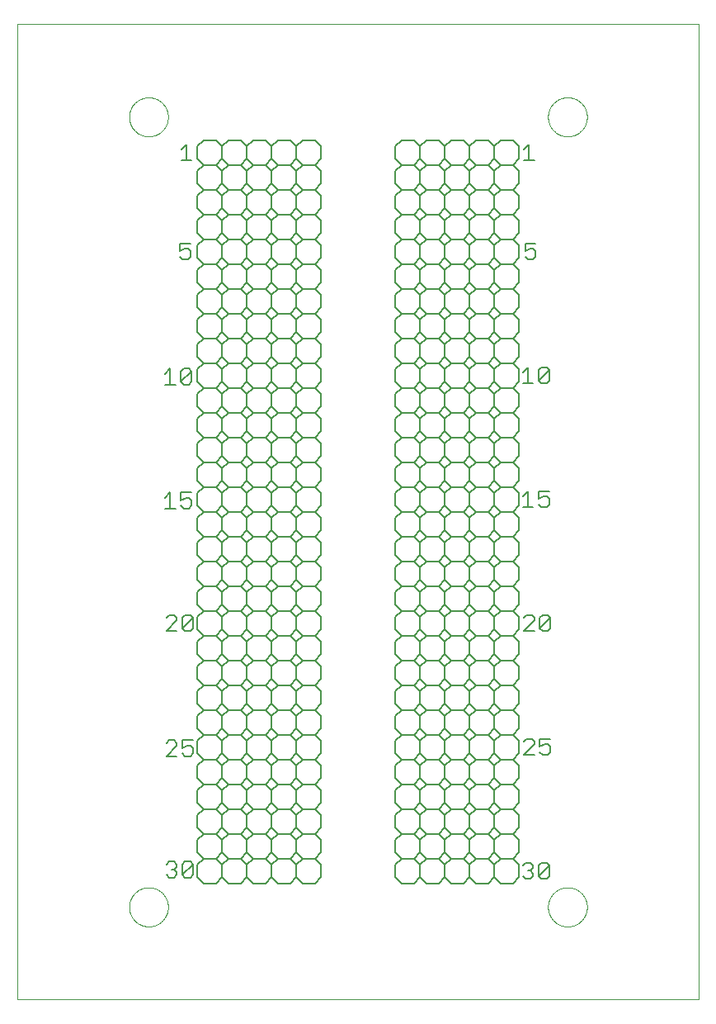
<source format=gto>
G75*
%MOIN*%
%OFA0B0*%
%FSLAX25Y25*%
%IPPOS*%
%LPD*%
%AMOC8*
5,1,8,0,0,1.08239X$1,22.5*
%
%ADD10C,0.00000*%
%ADD11C,0.00600*%
%ADD12C,0.00800*%
D10*
X0001000Y0001850D02*
X0001000Y0395551D01*
X0276591Y0395551D01*
X0276591Y0001850D01*
X0001000Y0001850D01*
X0046276Y0039252D02*
X0046278Y0039445D01*
X0046285Y0039638D01*
X0046297Y0039831D01*
X0046314Y0040024D01*
X0046335Y0040216D01*
X0046361Y0040407D01*
X0046392Y0040598D01*
X0046427Y0040788D01*
X0046467Y0040977D01*
X0046512Y0041165D01*
X0046561Y0041352D01*
X0046615Y0041538D01*
X0046673Y0041722D01*
X0046736Y0041905D01*
X0046804Y0042086D01*
X0046875Y0042265D01*
X0046952Y0042443D01*
X0047032Y0042619D01*
X0047117Y0042792D01*
X0047206Y0042964D01*
X0047299Y0043133D01*
X0047396Y0043300D01*
X0047498Y0043465D01*
X0047603Y0043627D01*
X0047712Y0043786D01*
X0047826Y0043943D01*
X0047943Y0044096D01*
X0048063Y0044247D01*
X0048188Y0044395D01*
X0048316Y0044540D01*
X0048447Y0044681D01*
X0048582Y0044820D01*
X0048721Y0044955D01*
X0048862Y0045086D01*
X0049007Y0045214D01*
X0049155Y0045339D01*
X0049306Y0045459D01*
X0049459Y0045576D01*
X0049616Y0045690D01*
X0049775Y0045799D01*
X0049937Y0045904D01*
X0050102Y0046006D01*
X0050269Y0046103D01*
X0050438Y0046196D01*
X0050610Y0046285D01*
X0050783Y0046370D01*
X0050959Y0046450D01*
X0051137Y0046527D01*
X0051316Y0046598D01*
X0051497Y0046666D01*
X0051680Y0046729D01*
X0051864Y0046787D01*
X0052050Y0046841D01*
X0052237Y0046890D01*
X0052425Y0046935D01*
X0052614Y0046975D01*
X0052804Y0047010D01*
X0052995Y0047041D01*
X0053186Y0047067D01*
X0053378Y0047088D01*
X0053571Y0047105D01*
X0053764Y0047117D01*
X0053957Y0047124D01*
X0054150Y0047126D01*
X0054343Y0047124D01*
X0054536Y0047117D01*
X0054729Y0047105D01*
X0054922Y0047088D01*
X0055114Y0047067D01*
X0055305Y0047041D01*
X0055496Y0047010D01*
X0055686Y0046975D01*
X0055875Y0046935D01*
X0056063Y0046890D01*
X0056250Y0046841D01*
X0056436Y0046787D01*
X0056620Y0046729D01*
X0056803Y0046666D01*
X0056984Y0046598D01*
X0057163Y0046527D01*
X0057341Y0046450D01*
X0057517Y0046370D01*
X0057690Y0046285D01*
X0057862Y0046196D01*
X0058031Y0046103D01*
X0058198Y0046006D01*
X0058363Y0045904D01*
X0058525Y0045799D01*
X0058684Y0045690D01*
X0058841Y0045576D01*
X0058994Y0045459D01*
X0059145Y0045339D01*
X0059293Y0045214D01*
X0059438Y0045086D01*
X0059579Y0044955D01*
X0059718Y0044820D01*
X0059853Y0044681D01*
X0059984Y0044540D01*
X0060112Y0044395D01*
X0060237Y0044247D01*
X0060357Y0044096D01*
X0060474Y0043943D01*
X0060588Y0043786D01*
X0060697Y0043627D01*
X0060802Y0043465D01*
X0060904Y0043300D01*
X0061001Y0043133D01*
X0061094Y0042964D01*
X0061183Y0042792D01*
X0061268Y0042619D01*
X0061348Y0042443D01*
X0061425Y0042265D01*
X0061496Y0042086D01*
X0061564Y0041905D01*
X0061627Y0041722D01*
X0061685Y0041538D01*
X0061739Y0041352D01*
X0061788Y0041165D01*
X0061833Y0040977D01*
X0061873Y0040788D01*
X0061908Y0040598D01*
X0061939Y0040407D01*
X0061965Y0040216D01*
X0061986Y0040024D01*
X0062003Y0039831D01*
X0062015Y0039638D01*
X0062022Y0039445D01*
X0062024Y0039252D01*
X0062022Y0039059D01*
X0062015Y0038866D01*
X0062003Y0038673D01*
X0061986Y0038480D01*
X0061965Y0038288D01*
X0061939Y0038097D01*
X0061908Y0037906D01*
X0061873Y0037716D01*
X0061833Y0037527D01*
X0061788Y0037339D01*
X0061739Y0037152D01*
X0061685Y0036966D01*
X0061627Y0036782D01*
X0061564Y0036599D01*
X0061496Y0036418D01*
X0061425Y0036239D01*
X0061348Y0036061D01*
X0061268Y0035885D01*
X0061183Y0035712D01*
X0061094Y0035540D01*
X0061001Y0035371D01*
X0060904Y0035204D01*
X0060802Y0035039D01*
X0060697Y0034877D01*
X0060588Y0034718D01*
X0060474Y0034561D01*
X0060357Y0034408D01*
X0060237Y0034257D01*
X0060112Y0034109D01*
X0059984Y0033964D01*
X0059853Y0033823D01*
X0059718Y0033684D01*
X0059579Y0033549D01*
X0059438Y0033418D01*
X0059293Y0033290D01*
X0059145Y0033165D01*
X0058994Y0033045D01*
X0058841Y0032928D01*
X0058684Y0032814D01*
X0058525Y0032705D01*
X0058363Y0032600D01*
X0058198Y0032498D01*
X0058031Y0032401D01*
X0057862Y0032308D01*
X0057690Y0032219D01*
X0057517Y0032134D01*
X0057341Y0032054D01*
X0057163Y0031977D01*
X0056984Y0031906D01*
X0056803Y0031838D01*
X0056620Y0031775D01*
X0056436Y0031717D01*
X0056250Y0031663D01*
X0056063Y0031614D01*
X0055875Y0031569D01*
X0055686Y0031529D01*
X0055496Y0031494D01*
X0055305Y0031463D01*
X0055114Y0031437D01*
X0054922Y0031416D01*
X0054729Y0031399D01*
X0054536Y0031387D01*
X0054343Y0031380D01*
X0054150Y0031378D01*
X0053957Y0031380D01*
X0053764Y0031387D01*
X0053571Y0031399D01*
X0053378Y0031416D01*
X0053186Y0031437D01*
X0052995Y0031463D01*
X0052804Y0031494D01*
X0052614Y0031529D01*
X0052425Y0031569D01*
X0052237Y0031614D01*
X0052050Y0031663D01*
X0051864Y0031717D01*
X0051680Y0031775D01*
X0051497Y0031838D01*
X0051316Y0031906D01*
X0051137Y0031977D01*
X0050959Y0032054D01*
X0050783Y0032134D01*
X0050610Y0032219D01*
X0050438Y0032308D01*
X0050269Y0032401D01*
X0050102Y0032498D01*
X0049937Y0032600D01*
X0049775Y0032705D01*
X0049616Y0032814D01*
X0049459Y0032928D01*
X0049306Y0033045D01*
X0049155Y0033165D01*
X0049007Y0033290D01*
X0048862Y0033418D01*
X0048721Y0033549D01*
X0048582Y0033684D01*
X0048447Y0033823D01*
X0048316Y0033964D01*
X0048188Y0034109D01*
X0048063Y0034257D01*
X0047943Y0034408D01*
X0047826Y0034561D01*
X0047712Y0034718D01*
X0047603Y0034877D01*
X0047498Y0035039D01*
X0047396Y0035204D01*
X0047299Y0035371D01*
X0047206Y0035540D01*
X0047117Y0035712D01*
X0047032Y0035885D01*
X0046952Y0036061D01*
X0046875Y0036239D01*
X0046804Y0036418D01*
X0046736Y0036599D01*
X0046673Y0036782D01*
X0046615Y0036966D01*
X0046561Y0037152D01*
X0046512Y0037339D01*
X0046467Y0037527D01*
X0046427Y0037716D01*
X0046392Y0037906D01*
X0046361Y0038097D01*
X0046335Y0038288D01*
X0046314Y0038480D01*
X0046297Y0038673D01*
X0046285Y0038866D01*
X0046278Y0039059D01*
X0046276Y0039252D01*
X0215567Y0039252D02*
X0215569Y0039445D01*
X0215576Y0039638D01*
X0215588Y0039831D01*
X0215605Y0040024D01*
X0215626Y0040216D01*
X0215652Y0040407D01*
X0215683Y0040598D01*
X0215718Y0040788D01*
X0215758Y0040977D01*
X0215803Y0041165D01*
X0215852Y0041352D01*
X0215906Y0041538D01*
X0215964Y0041722D01*
X0216027Y0041905D01*
X0216095Y0042086D01*
X0216166Y0042265D01*
X0216243Y0042443D01*
X0216323Y0042619D01*
X0216408Y0042792D01*
X0216497Y0042964D01*
X0216590Y0043133D01*
X0216687Y0043300D01*
X0216789Y0043465D01*
X0216894Y0043627D01*
X0217003Y0043786D01*
X0217117Y0043943D01*
X0217234Y0044096D01*
X0217354Y0044247D01*
X0217479Y0044395D01*
X0217607Y0044540D01*
X0217738Y0044681D01*
X0217873Y0044820D01*
X0218012Y0044955D01*
X0218153Y0045086D01*
X0218298Y0045214D01*
X0218446Y0045339D01*
X0218597Y0045459D01*
X0218750Y0045576D01*
X0218907Y0045690D01*
X0219066Y0045799D01*
X0219228Y0045904D01*
X0219393Y0046006D01*
X0219560Y0046103D01*
X0219729Y0046196D01*
X0219901Y0046285D01*
X0220074Y0046370D01*
X0220250Y0046450D01*
X0220428Y0046527D01*
X0220607Y0046598D01*
X0220788Y0046666D01*
X0220971Y0046729D01*
X0221155Y0046787D01*
X0221341Y0046841D01*
X0221528Y0046890D01*
X0221716Y0046935D01*
X0221905Y0046975D01*
X0222095Y0047010D01*
X0222286Y0047041D01*
X0222477Y0047067D01*
X0222669Y0047088D01*
X0222862Y0047105D01*
X0223055Y0047117D01*
X0223248Y0047124D01*
X0223441Y0047126D01*
X0223634Y0047124D01*
X0223827Y0047117D01*
X0224020Y0047105D01*
X0224213Y0047088D01*
X0224405Y0047067D01*
X0224596Y0047041D01*
X0224787Y0047010D01*
X0224977Y0046975D01*
X0225166Y0046935D01*
X0225354Y0046890D01*
X0225541Y0046841D01*
X0225727Y0046787D01*
X0225911Y0046729D01*
X0226094Y0046666D01*
X0226275Y0046598D01*
X0226454Y0046527D01*
X0226632Y0046450D01*
X0226808Y0046370D01*
X0226981Y0046285D01*
X0227153Y0046196D01*
X0227322Y0046103D01*
X0227489Y0046006D01*
X0227654Y0045904D01*
X0227816Y0045799D01*
X0227975Y0045690D01*
X0228132Y0045576D01*
X0228285Y0045459D01*
X0228436Y0045339D01*
X0228584Y0045214D01*
X0228729Y0045086D01*
X0228870Y0044955D01*
X0229009Y0044820D01*
X0229144Y0044681D01*
X0229275Y0044540D01*
X0229403Y0044395D01*
X0229528Y0044247D01*
X0229648Y0044096D01*
X0229765Y0043943D01*
X0229879Y0043786D01*
X0229988Y0043627D01*
X0230093Y0043465D01*
X0230195Y0043300D01*
X0230292Y0043133D01*
X0230385Y0042964D01*
X0230474Y0042792D01*
X0230559Y0042619D01*
X0230639Y0042443D01*
X0230716Y0042265D01*
X0230787Y0042086D01*
X0230855Y0041905D01*
X0230918Y0041722D01*
X0230976Y0041538D01*
X0231030Y0041352D01*
X0231079Y0041165D01*
X0231124Y0040977D01*
X0231164Y0040788D01*
X0231199Y0040598D01*
X0231230Y0040407D01*
X0231256Y0040216D01*
X0231277Y0040024D01*
X0231294Y0039831D01*
X0231306Y0039638D01*
X0231313Y0039445D01*
X0231315Y0039252D01*
X0231313Y0039059D01*
X0231306Y0038866D01*
X0231294Y0038673D01*
X0231277Y0038480D01*
X0231256Y0038288D01*
X0231230Y0038097D01*
X0231199Y0037906D01*
X0231164Y0037716D01*
X0231124Y0037527D01*
X0231079Y0037339D01*
X0231030Y0037152D01*
X0230976Y0036966D01*
X0230918Y0036782D01*
X0230855Y0036599D01*
X0230787Y0036418D01*
X0230716Y0036239D01*
X0230639Y0036061D01*
X0230559Y0035885D01*
X0230474Y0035712D01*
X0230385Y0035540D01*
X0230292Y0035371D01*
X0230195Y0035204D01*
X0230093Y0035039D01*
X0229988Y0034877D01*
X0229879Y0034718D01*
X0229765Y0034561D01*
X0229648Y0034408D01*
X0229528Y0034257D01*
X0229403Y0034109D01*
X0229275Y0033964D01*
X0229144Y0033823D01*
X0229009Y0033684D01*
X0228870Y0033549D01*
X0228729Y0033418D01*
X0228584Y0033290D01*
X0228436Y0033165D01*
X0228285Y0033045D01*
X0228132Y0032928D01*
X0227975Y0032814D01*
X0227816Y0032705D01*
X0227654Y0032600D01*
X0227489Y0032498D01*
X0227322Y0032401D01*
X0227153Y0032308D01*
X0226981Y0032219D01*
X0226808Y0032134D01*
X0226632Y0032054D01*
X0226454Y0031977D01*
X0226275Y0031906D01*
X0226094Y0031838D01*
X0225911Y0031775D01*
X0225727Y0031717D01*
X0225541Y0031663D01*
X0225354Y0031614D01*
X0225166Y0031569D01*
X0224977Y0031529D01*
X0224787Y0031494D01*
X0224596Y0031463D01*
X0224405Y0031437D01*
X0224213Y0031416D01*
X0224020Y0031399D01*
X0223827Y0031387D01*
X0223634Y0031380D01*
X0223441Y0031378D01*
X0223248Y0031380D01*
X0223055Y0031387D01*
X0222862Y0031399D01*
X0222669Y0031416D01*
X0222477Y0031437D01*
X0222286Y0031463D01*
X0222095Y0031494D01*
X0221905Y0031529D01*
X0221716Y0031569D01*
X0221528Y0031614D01*
X0221341Y0031663D01*
X0221155Y0031717D01*
X0220971Y0031775D01*
X0220788Y0031838D01*
X0220607Y0031906D01*
X0220428Y0031977D01*
X0220250Y0032054D01*
X0220074Y0032134D01*
X0219901Y0032219D01*
X0219729Y0032308D01*
X0219560Y0032401D01*
X0219393Y0032498D01*
X0219228Y0032600D01*
X0219066Y0032705D01*
X0218907Y0032814D01*
X0218750Y0032928D01*
X0218597Y0033045D01*
X0218446Y0033165D01*
X0218298Y0033290D01*
X0218153Y0033418D01*
X0218012Y0033549D01*
X0217873Y0033684D01*
X0217738Y0033823D01*
X0217607Y0033964D01*
X0217479Y0034109D01*
X0217354Y0034257D01*
X0217234Y0034408D01*
X0217117Y0034561D01*
X0217003Y0034718D01*
X0216894Y0034877D01*
X0216789Y0035039D01*
X0216687Y0035204D01*
X0216590Y0035371D01*
X0216497Y0035540D01*
X0216408Y0035712D01*
X0216323Y0035885D01*
X0216243Y0036061D01*
X0216166Y0036239D01*
X0216095Y0036418D01*
X0216027Y0036599D01*
X0215964Y0036782D01*
X0215906Y0036966D01*
X0215852Y0037152D01*
X0215803Y0037339D01*
X0215758Y0037527D01*
X0215718Y0037716D01*
X0215683Y0037906D01*
X0215652Y0038097D01*
X0215626Y0038288D01*
X0215605Y0038480D01*
X0215588Y0038673D01*
X0215576Y0038866D01*
X0215569Y0039059D01*
X0215567Y0039252D01*
X0215567Y0358149D02*
X0215569Y0358342D01*
X0215576Y0358535D01*
X0215588Y0358728D01*
X0215605Y0358921D01*
X0215626Y0359113D01*
X0215652Y0359304D01*
X0215683Y0359495D01*
X0215718Y0359685D01*
X0215758Y0359874D01*
X0215803Y0360062D01*
X0215852Y0360249D01*
X0215906Y0360435D01*
X0215964Y0360619D01*
X0216027Y0360802D01*
X0216095Y0360983D01*
X0216166Y0361162D01*
X0216243Y0361340D01*
X0216323Y0361516D01*
X0216408Y0361689D01*
X0216497Y0361861D01*
X0216590Y0362030D01*
X0216687Y0362197D01*
X0216789Y0362362D01*
X0216894Y0362524D01*
X0217003Y0362683D01*
X0217117Y0362840D01*
X0217234Y0362993D01*
X0217354Y0363144D01*
X0217479Y0363292D01*
X0217607Y0363437D01*
X0217738Y0363578D01*
X0217873Y0363717D01*
X0218012Y0363852D01*
X0218153Y0363983D01*
X0218298Y0364111D01*
X0218446Y0364236D01*
X0218597Y0364356D01*
X0218750Y0364473D01*
X0218907Y0364587D01*
X0219066Y0364696D01*
X0219228Y0364801D01*
X0219393Y0364903D01*
X0219560Y0365000D01*
X0219729Y0365093D01*
X0219901Y0365182D01*
X0220074Y0365267D01*
X0220250Y0365347D01*
X0220428Y0365424D01*
X0220607Y0365495D01*
X0220788Y0365563D01*
X0220971Y0365626D01*
X0221155Y0365684D01*
X0221341Y0365738D01*
X0221528Y0365787D01*
X0221716Y0365832D01*
X0221905Y0365872D01*
X0222095Y0365907D01*
X0222286Y0365938D01*
X0222477Y0365964D01*
X0222669Y0365985D01*
X0222862Y0366002D01*
X0223055Y0366014D01*
X0223248Y0366021D01*
X0223441Y0366023D01*
X0223634Y0366021D01*
X0223827Y0366014D01*
X0224020Y0366002D01*
X0224213Y0365985D01*
X0224405Y0365964D01*
X0224596Y0365938D01*
X0224787Y0365907D01*
X0224977Y0365872D01*
X0225166Y0365832D01*
X0225354Y0365787D01*
X0225541Y0365738D01*
X0225727Y0365684D01*
X0225911Y0365626D01*
X0226094Y0365563D01*
X0226275Y0365495D01*
X0226454Y0365424D01*
X0226632Y0365347D01*
X0226808Y0365267D01*
X0226981Y0365182D01*
X0227153Y0365093D01*
X0227322Y0365000D01*
X0227489Y0364903D01*
X0227654Y0364801D01*
X0227816Y0364696D01*
X0227975Y0364587D01*
X0228132Y0364473D01*
X0228285Y0364356D01*
X0228436Y0364236D01*
X0228584Y0364111D01*
X0228729Y0363983D01*
X0228870Y0363852D01*
X0229009Y0363717D01*
X0229144Y0363578D01*
X0229275Y0363437D01*
X0229403Y0363292D01*
X0229528Y0363144D01*
X0229648Y0362993D01*
X0229765Y0362840D01*
X0229879Y0362683D01*
X0229988Y0362524D01*
X0230093Y0362362D01*
X0230195Y0362197D01*
X0230292Y0362030D01*
X0230385Y0361861D01*
X0230474Y0361689D01*
X0230559Y0361516D01*
X0230639Y0361340D01*
X0230716Y0361162D01*
X0230787Y0360983D01*
X0230855Y0360802D01*
X0230918Y0360619D01*
X0230976Y0360435D01*
X0231030Y0360249D01*
X0231079Y0360062D01*
X0231124Y0359874D01*
X0231164Y0359685D01*
X0231199Y0359495D01*
X0231230Y0359304D01*
X0231256Y0359113D01*
X0231277Y0358921D01*
X0231294Y0358728D01*
X0231306Y0358535D01*
X0231313Y0358342D01*
X0231315Y0358149D01*
X0231313Y0357956D01*
X0231306Y0357763D01*
X0231294Y0357570D01*
X0231277Y0357377D01*
X0231256Y0357185D01*
X0231230Y0356994D01*
X0231199Y0356803D01*
X0231164Y0356613D01*
X0231124Y0356424D01*
X0231079Y0356236D01*
X0231030Y0356049D01*
X0230976Y0355863D01*
X0230918Y0355679D01*
X0230855Y0355496D01*
X0230787Y0355315D01*
X0230716Y0355136D01*
X0230639Y0354958D01*
X0230559Y0354782D01*
X0230474Y0354609D01*
X0230385Y0354437D01*
X0230292Y0354268D01*
X0230195Y0354101D01*
X0230093Y0353936D01*
X0229988Y0353774D01*
X0229879Y0353615D01*
X0229765Y0353458D01*
X0229648Y0353305D01*
X0229528Y0353154D01*
X0229403Y0353006D01*
X0229275Y0352861D01*
X0229144Y0352720D01*
X0229009Y0352581D01*
X0228870Y0352446D01*
X0228729Y0352315D01*
X0228584Y0352187D01*
X0228436Y0352062D01*
X0228285Y0351942D01*
X0228132Y0351825D01*
X0227975Y0351711D01*
X0227816Y0351602D01*
X0227654Y0351497D01*
X0227489Y0351395D01*
X0227322Y0351298D01*
X0227153Y0351205D01*
X0226981Y0351116D01*
X0226808Y0351031D01*
X0226632Y0350951D01*
X0226454Y0350874D01*
X0226275Y0350803D01*
X0226094Y0350735D01*
X0225911Y0350672D01*
X0225727Y0350614D01*
X0225541Y0350560D01*
X0225354Y0350511D01*
X0225166Y0350466D01*
X0224977Y0350426D01*
X0224787Y0350391D01*
X0224596Y0350360D01*
X0224405Y0350334D01*
X0224213Y0350313D01*
X0224020Y0350296D01*
X0223827Y0350284D01*
X0223634Y0350277D01*
X0223441Y0350275D01*
X0223248Y0350277D01*
X0223055Y0350284D01*
X0222862Y0350296D01*
X0222669Y0350313D01*
X0222477Y0350334D01*
X0222286Y0350360D01*
X0222095Y0350391D01*
X0221905Y0350426D01*
X0221716Y0350466D01*
X0221528Y0350511D01*
X0221341Y0350560D01*
X0221155Y0350614D01*
X0220971Y0350672D01*
X0220788Y0350735D01*
X0220607Y0350803D01*
X0220428Y0350874D01*
X0220250Y0350951D01*
X0220074Y0351031D01*
X0219901Y0351116D01*
X0219729Y0351205D01*
X0219560Y0351298D01*
X0219393Y0351395D01*
X0219228Y0351497D01*
X0219066Y0351602D01*
X0218907Y0351711D01*
X0218750Y0351825D01*
X0218597Y0351942D01*
X0218446Y0352062D01*
X0218298Y0352187D01*
X0218153Y0352315D01*
X0218012Y0352446D01*
X0217873Y0352581D01*
X0217738Y0352720D01*
X0217607Y0352861D01*
X0217479Y0353006D01*
X0217354Y0353154D01*
X0217234Y0353305D01*
X0217117Y0353458D01*
X0217003Y0353615D01*
X0216894Y0353774D01*
X0216789Y0353936D01*
X0216687Y0354101D01*
X0216590Y0354268D01*
X0216497Y0354437D01*
X0216408Y0354609D01*
X0216323Y0354782D01*
X0216243Y0354958D01*
X0216166Y0355136D01*
X0216095Y0355315D01*
X0216027Y0355496D01*
X0215964Y0355679D01*
X0215906Y0355863D01*
X0215852Y0356049D01*
X0215803Y0356236D01*
X0215758Y0356424D01*
X0215718Y0356613D01*
X0215683Y0356803D01*
X0215652Y0356994D01*
X0215626Y0357185D01*
X0215605Y0357377D01*
X0215588Y0357570D01*
X0215576Y0357763D01*
X0215569Y0357956D01*
X0215567Y0358149D01*
X0046276Y0358149D02*
X0046278Y0358342D01*
X0046285Y0358535D01*
X0046297Y0358728D01*
X0046314Y0358921D01*
X0046335Y0359113D01*
X0046361Y0359304D01*
X0046392Y0359495D01*
X0046427Y0359685D01*
X0046467Y0359874D01*
X0046512Y0360062D01*
X0046561Y0360249D01*
X0046615Y0360435D01*
X0046673Y0360619D01*
X0046736Y0360802D01*
X0046804Y0360983D01*
X0046875Y0361162D01*
X0046952Y0361340D01*
X0047032Y0361516D01*
X0047117Y0361689D01*
X0047206Y0361861D01*
X0047299Y0362030D01*
X0047396Y0362197D01*
X0047498Y0362362D01*
X0047603Y0362524D01*
X0047712Y0362683D01*
X0047826Y0362840D01*
X0047943Y0362993D01*
X0048063Y0363144D01*
X0048188Y0363292D01*
X0048316Y0363437D01*
X0048447Y0363578D01*
X0048582Y0363717D01*
X0048721Y0363852D01*
X0048862Y0363983D01*
X0049007Y0364111D01*
X0049155Y0364236D01*
X0049306Y0364356D01*
X0049459Y0364473D01*
X0049616Y0364587D01*
X0049775Y0364696D01*
X0049937Y0364801D01*
X0050102Y0364903D01*
X0050269Y0365000D01*
X0050438Y0365093D01*
X0050610Y0365182D01*
X0050783Y0365267D01*
X0050959Y0365347D01*
X0051137Y0365424D01*
X0051316Y0365495D01*
X0051497Y0365563D01*
X0051680Y0365626D01*
X0051864Y0365684D01*
X0052050Y0365738D01*
X0052237Y0365787D01*
X0052425Y0365832D01*
X0052614Y0365872D01*
X0052804Y0365907D01*
X0052995Y0365938D01*
X0053186Y0365964D01*
X0053378Y0365985D01*
X0053571Y0366002D01*
X0053764Y0366014D01*
X0053957Y0366021D01*
X0054150Y0366023D01*
X0054343Y0366021D01*
X0054536Y0366014D01*
X0054729Y0366002D01*
X0054922Y0365985D01*
X0055114Y0365964D01*
X0055305Y0365938D01*
X0055496Y0365907D01*
X0055686Y0365872D01*
X0055875Y0365832D01*
X0056063Y0365787D01*
X0056250Y0365738D01*
X0056436Y0365684D01*
X0056620Y0365626D01*
X0056803Y0365563D01*
X0056984Y0365495D01*
X0057163Y0365424D01*
X0057341Y0365347D01*
X0057517Y0365267D01*
X0057690Y0365182D01*
X0057862Y0365093D01*
X0058031Y0365000D01*
X0058198Y0364903D01*
X0058363Y0364801D01*
X0058525Y0364696D01*
X0058684Y0364587D01*
X0058841Y0364473D01*
X0058994Y0364356D01*
X0059145Y0364236D01*
X0059293Y0364111D01*
X0059438Y0363983D01*
X0059579Y0363852D01*
X0059718Y0363717D01*
X0059853Y0363578D01*
X0059984Y0363437D01*
X0060112Y0363292D01*
X0060237Y0363144D01*
X0060357Y0362993D01*
X0060474Y0362840D01*
X0060588Y0362683D01*
X0060697Y0362524D01*
X0060802Y0362362D01*
X0060904Y0362197D01*
X0061001Y0362030D01*
X0061094Y0361861D01*
X0061183Y0361689D01*
X0061268Y0361516D01*
X0061348Y0361340D01*
X0061425Y0361162D01*
X0061496Y0360983D01*
X0061564Y0360802D01*
X0061627Y0360619D01*
X0061685Y0360435D01*
X0061739Y0360249D01*
X0061788Y0360062D01*
X0061833Y0359874D01*
X0061873Y0359685D01*
X0061908Y0359495D01*
X0061939Y0359304D01*
X0061965Y0359113D01*
X0061986Y0358921D01*
X0062003Y0358728D01*
X0062015Y0358535D01*
X0062022Y0358342D01*
X0062024Y0358149D01*
X0062022Y0357956D01*
X0062015Y0357763D01*
X0062003Y0357570D01*
X0061986Y0357377D01*
X0061965Y0357185D01*
X0061939Y0356994D01*
X0061908Y0356803D01*
X0061873Y0356613D01*
X0061833Y0356424D01*
X0061788Y0356236D01*
X0061739Y0356049D01*
X0061685Y0355863D01*
X0061627Y0355679D01*
X0061564Y0355496D01*
X0061496Y0355315D01*
X0061425Y0355136D01*
X0061348Y0354958D01*
X0061268Y0354782D01*
X0061183Y0354609D01*
X0061094Y0354437D01*
X0061001Y0354268D01*
X0060904Y0354101D01*
X0060802Y0353936D01*
X0060697Y0353774D01*
X0060588Y0353615D01*
X0060474Y0353458D01*
X0060357Y0353305D01*
X0060237Y0353154D01*
X0060112Y0353006D01*
X0059984Y0352861D01*
X0059853Y0352720D01*
X0059718Y0352581D01*
X0059579Y0352446D01*
X0059438Y0352315D01*
X0059293Y0352187D01*
X0059145Y0352062D01*
X0058994Y0351942D01*
X0058841Y0351825D01*
X0058684Y0351711D01*
X0058525Y0351602D01*
X0058363Y0351497D01*
X0058198Y0351395D01*
X0058031Y0351298D01*
X0057862Y0351205D01*
X0057690Y0351116D01*
X0057517Y0351031D01*
X0057341Y0350951D01*
X0057163Y0350874D01*
X0056984Y0350803D01*
X0056803Y0350735D01*
X0056620Y0350672D01*
X0056436Y0350614D01*
X0056250Y0350560D01*
X0056063Y0350511D01*
X0055875Y0350466D01*
X0055686Y0350426D01*
X0055496Y0350391D01*
X0055305Y0350360D01*
X0055114Y0350334D01*
X0054922Y0350313D01*
X0054729Y0350296D01*
X0054536Y0350284D01*
X0054343Y0350277D01*
X0054150Y0350275D01*
X0053957Y0350277D01*
X0053764Y0350284D01*
X0053571Y0350296D01*
X0053378Y0350313D01*
X0053186Y0350334D01*
X0052995Y0350360D01*
X0052804Y0350391D01*
X0052614Y0350426D01*
X0052425Y0350466D01*
X0052237Y0350511D01*
X0052050Y0350560D01*
X0051864Y0350614D01*
X0051680Y0350672D01*
X0051497Y0350735D01*
X0051316Y0350803D01*
X0051137Y0350874D01*
X0050959Y0350951D01*
X0050783Y0351031D01*
X0050610Y0351116D01*
X0050438Y0351205D01*
X0050269Y0351298D01*
X0050102Y0351395D01*
X0049937Y0351497D01*
X0049775Y0351602D01*
X0049616Y0351711D01*
X0049459Y0351825D01*
X0049306Y0351942D01*
X0049155Y0352062D01*
X0049007Y0352187D01*
X0048862Y0352315D01*
X0048721Y0352446D01*
X0048582Y0352581D01*
X0048447Y0352720D01*
X0048316Y0352861D01*
X0048188Y0353006D01*
X0048063Y0353154D01*
X0047943Y0353305D01*
X0047826Y0353458D01*
X0047712Y0353615D01*
X0047603Y0353774D01*
X0047498Y0353936D01*
X0047396Y0354101D01*
X0047299Y0354268D01*
X0047206Y0354437D01*
X0047117Y0354609D01*
X0047032Y0354782D01*
X0046952Y0354958D01*
X0046875Y0355136D01*
X0046804Y0355315D01*
X0046736Y0355496D01*
X0046673Y0355679D01*
X0046615Y0355863D01*
X0046561Y0356049D01*
X0046512Y0356236D01*
X0046467Y0356424D01*
X0046427Y0356613D01*
X0046392Y0356803D01*
X0046361Y0356994D01*
X0046335Y0357185D01*
X0046314Y0357377D01*
X0046297Y0357570D01*
X0046285Y0357763D01*
X0046278Y0357956D01*
X0046276Y0358149D01*
D11*
X0067300Y0344920D02*
X0069435Y0347055D01*
X0069435Y0340650D01*
X0067300Y0340650D02*
X0071570Y0340650D01*
X0071070Y0307055D02*
X0066800Y0307055D01*
X0066800Y0303853D01*
X0068935Y0304920D01*
X0070003Y0304920D01*
X0071070Y0303853D01*
X0071070Y0301718D01*
X0070003Y0300650D01*
X0067868Y0300650D01*
X0066800Y0301718D01*
X0068313Y0256555D02*
X0070448Y0256555D01*
X0071516Y0255488D01*
X0067245Y0251218D01*
X0068313Y0250150D01*
X0070448Y0250150D01*
X0071516Y0251218D01*
X0071516Y0255488D01*
X0068313Y0256555D02*
X0067245Y0255488D01*
X0067245Y0251218D01*
X0065070Y0250150D02*
X0060800Y0250150D01*
X0062935Y0250150D02*
X0062935Y0256555D01*
X0060800Y0254420D01*
X0062935Y0206555D02*
X0060800Y0204420D01*
X0062935Y0206555D02*
X0062935Y0200150D01*
X0060800Y0200150D02*
X0065070Y0200150D01*
X0067245Y0201218D02*
X0068313Y0200150D01*
X0070448Y0200150D01*
X0071516Y0201218D01*
X0071516Y0203353D01*
X0070448Y0204420D01*
X0069381Y0204420D01*
X0067245Y0203353D01*
X0067245Y0206555D01*
X0071516Y0206555D01*
X0070948Y0157055D02*
X0068813Y0157055D01*
X0067745Y0155988D01*
X0067745Y0151718D01*
X0072016Y0155988D01*
X0072016Y0151718D01*
X0070948Y0150650D01*
X0068813Y0150650D01*
X0067745Y0151718D01*
X0065570Y0150650D02*
X0061300Y0150650D01*
X0065570Y0154920D01*
X0065570Y0155988D01*
X0064503Y0157055D01*
X0062368Y0157055D01*
X0061300Y0155988D01*
X0070948Y0157055D02*
X0072016Y0155988D01*
X0072016Y0106555D02*
X0067745Y0106555D01*
X0067745Y0103353D01*
X0069881Y0104420D01*
X0070948Y0104420D01*
X0072016Y0103353D01*
X0072016Y0101218D01*
X0070948Y0100150D01*
X0068813Y0100150D01*
X0067745Y0101218D01*
X0065570Y0100150D02*
X0061300Y0100150D01*
X0065570Y0104420D01*
X0065570Y0105488D01*
X0064503Y0106555D01*
X0062368Y0106555D01*
X0061300Y0105488D01*
X0062368Y0057555D02*
X0064503Y0057555D01*
X0065570Y0056488D01*
X0065570Y0055420D01*
X0064503Y0054353D01*
X0065570Y0053285D01*
X0065570Y0052218D01*
X0064503Y0051150D01*
X0062368Y0051150D01*
X0061300Y0052218D01*
X0063435Y0054353D02*
X0064503Y0054353D01*
X0062368Y0057555D02*
X0061300Y0056488D01*
X0067745Y0056488D02*
X0067745Y0052218D01*
X0072016Y0056488D01*
X0072016Y0052218D01*
X0070948Y0051150D01*
X0068813Y0051150D01*
X0067745Y0052218D01*
X0067745Y0056488D02*
X0068813Y0057555D01*
X0070948Y0057555D01*
X0072016Y0056488D01*
X0205300Y0055988D02*
X0206368Y0057055D01*
X0208503Y0057055D01*
X0209570Y0055988D01*
X0209570Y0054920D01*
X0208503Y0053853D01*
X0209570Y0052785D01*
X0209570Y0051718D01*
X0208503Y0050650D01*
X0206368Y0050650D01*
X0205300Y0051718D01*
X0207435Y0053853D02*
X0208503Y0053853D01*
X0211745Y0051718D02*
X0211745Y0055988D01*
X0212813Y0057055D01*
X0214948Y0057055D01*
X0216016Y0055988D01*
X0211745Y0051718D01*
X0212813Y0050650D01*
X0214948Y0050650D01*
X0216016Y0051718D01*
X0216016Y0055988D01*
X0215448Y0100650D02*
X0213313Y0100650D01*
X0212245Y0101718D01*
X0212245Y0103853D02*
X0214381Y0104920D01*
X0215448Y0104920D01*
X0216516Y0103853D01*
X0216516Y0101718D01*
X0215448Y0100650D01*
X0212245Y0103853D02*
X0212245Y0107055D01*
X0216516Y0107055D01*
X0210070Y0105988D02*
X0209003Y0107055D01*
X0206868Y0107055D01*
X0205800Y0105988D01*
X0210070Y0105988D02*
X0210070Y0104920D01*
X0205800Y0100650D01*
X0210070Y0100650D01*
X0210070Y0150650D02*
X0205800Y0150650D01*
X0210070Y0154920D01*
X0210070Y0155988D01*
X0209003Y0157055D01*
X0206868Y0157055D01*
X0205800Y0155988D01*
X0212245Y0155988D02*
X0212245Y0151718D01*
X0216516Y0155988D01*
X0216516Y0151718D01*
X0215448Y0150650D01*
X0213313Y0150650D01*
X0212245Y0151718D01*
X0212245Y0155988D02*
X0213313Y0157055D01*
X0215448Y0157055D01*
X0216516Y0155988D01*
X0214948Y0200650D02*
X0212813Y0200650D01*
X0211745Y0201718D01*
X0211745Y0203853D02*
X0213881Y0204920D01*
X0214948Y0204920D01*
X0216016Y0203853D01*
X0216016Y0201718D01*
X0214948Y0200650D01*
X0211745Y0203853D02*
X0211745Y0207055D01*
X0216016Y0207055D01*
X0209570Y0200650D02*
X0205300Y0200650D01*
X0207435Y0200650D02*
X0207435Y0207055D01*
X0205300Y0204920D01*
X0205300Y0250650D02*
X0209570Y0250650D01*
X0207435Y0250650D02*
X0207435Y0257055D01*
X0205300Y0254920D01*
X0211745Y0255988D02*
X0211745Y0251718D01*
X0216016Y0255988D01*
X0216016Y0251718D01*
X0214948Y0250650D01*
X0212813Y0250650D01*
X0211745Y0251718D01*
X0211745Y0255988D02*
X0212813Y0257055D01*
X0214948Y0257055D01*
X0216016Y0255988D01*
X0209503Y0300650D02*
X0207368Y0300650D01*
X0206300Y0301718D01*
X0206300Y0303853D02*
X0208435Y0304920D01*
X0209503Y0304920D01*
X0210570Y0303853D01*
X0210570Y0301718D01*
X0209503Y0300650D01*
X0206300Y0303853D02*
X0206300Y0307055D01*
X0210570Y0307055D01*
X0210070Y0340650D02*
X0205800Y0340650D01*
X0207935Y0340650D02*
X0207935Y0347055D01*
X0205800Y0344920D01*
D12*
X0203795Y0346200D02*
X0203795Y0341200D01*
X0201295Y0338700D01*
X0196295Y0338700D01*
X0193795Y0336200D01*
X0193795Y0331200D01*
X0196295Y0328700D01*
X0193795Y0326200D01*
X0193795Y0321200D01*
X0196295Y0318700D01*
X0193795Y0316200D01*
X0193795Y0311200D01*
X0196295Y0308700D01*
X0193795Y0306200D01*
X0193795Y0301200D01*
X0196295Y0298700D01*
X0193795Y0296200D01*
X0193795Y0291200D01*
X0196295Y0288700D01*
X0193795Y0286200D01*
X0193795Y0281200D01*
X0196295Y0278700D01*
X0193795Y0276200D01*
X0193795Y0271200D01*
X0196295Y0268700D01*
X0193795Y0266200D01*
X0193795Y0261200D01*
X0196295Y0258700D01*
X0193795Y0256200D01*
X0193795Y0251200D01*
X0196295Y0248700D01*
X0193795Y0246200D01*
X0193795Y0241200D01*
X0196295Y0238700D01*
X0193795Y0236200D01*
X0193795Y0231200D01*
X0196295Y0228700D01*
X0193795Y0226200D01*
X0193795Y0221200D01*
X0196295Y0218700D01*
X0193795Y0216200D01*
X0193795Y0211200D01*
X0196295Y0208700D01*
X0193795Y0206200D01*
X0193795Y0201200D01*
X0196295Y0198700D01*
X0193795Y0196200D01*
X0193795Y0191200D01*
X0196295Y0188700D01*
X0193795Y0186200D01*
X0193795Y0181200D01*
X0196295Y0178700D01*
X0193795Y0176200D01*
X0193795Y0171200D01*
X0196295Y0168700D01*
X0193795Y0166200D01*
X0193795Y0161200D01*
X0196295Y0158700D01*
X0193795Y0156200D01*
X0193795Y0151200D01*
X0196295Y0148700D01*
X0193795Y0146200D01*
X0193795Y0141200D01*
X0196295Y0138700D01*
X0193795Y0136200D01*
X0193795Y0131200D01*
X0196295Y0128700D01*
X0193795Y0126200D01*
X0193795Y0121200D01*
X0196295Y0118700D01*
X0193795Y0116200D01*
X0193795Y0111200D01*
X0196295Y0108700D01*
X0193795Y0106200D01*
X0193795Y0101200D01*
X0196295Y0098700D01*
X0193795Y0096200D01*
X0193795Y0091200D01*
X0196295Y0088700D01*
X0193795Y0086200D01*
X0193795Y0081200D01*
X0196295Y0078700D01*
X0193795Y0076200D01*
X0193795Y0071200D01*
X0196295Y0068700D01*
X0193795Y0066200D01*
X0193795Y0061200D01*
X0196295Y0058700D01*
X0193795Y0056200D01*
X0193795Y0051200D01*
X0196295Y0048700D01*
X0201295Y0048700D01*
X0203795Y0051200D01*
X0203795Y0056200D01*
X0201295Y0058700D01*
X0196295Y0058700D01*
X0201295Y0058700D01*
X0203795Y0061200D01*
X0203795Y0066200D01*
X0201295Y0068700D01*
X0196295Y0068700D01*
X0201295Y0068700D01*
X0203795Y0071200D01*
X0203795Y0076200D01*
X0201295Y0078700D01*
X0196295Y0078700D01*
X0201295Y0078700D01*
X0203795Y0081200D01*
X0203795Y0086200D01*
X0201295Y0088700D01*
X0196295Y0088700D01*
X0201295Y0088700D01*
X0203795Y0091200D01*
X0203795Y0096200D01*
X0201295Y0098700D01*
X0196295Y0098700D01*
X0201295Y0098700D01*
X0203795Y0101200D01*
X0203795Y0106200D01*
X0201295Y0108700D01*
X0196295Y0108700D01*
X0201295Y0108700D01*
X0203795Y0111200D01*
X0203795Y0116200D01*
X0201295Y0118700D01*
X0196295Y0118700D01*
X0201295Y0118700D01*
X0203795Y0121200D01*
X0203795Y0126200D01*
X0201295Y0128700D01*
X0196295Y0128700D01*
X0201295Y0128700D01*
X0203795Y0131200D01*
X0203795Y0136200D01*
X0201295Y0138700D01*
X0196295Y0138700D01*
X0201295Y0138700D01*
X0203795Y0141200D01*
X0203795Y0146200D01*
X0201295Y0148700D01*
X0196295Y0148700D01*
X0201295Y0148700D01*
X0203795Y0151200D01*
X0203795Y0156200D01*
X0201295Y0158700D01*
X0196295Y0158700D01*
X0201295Y0158700D01*
X0203795Y0161200D01*
X0203795Y0166200D01*
X0201295Y0168700D01*
X0196295Y0168700D01*
X0201295Y0168700D01*
X0203795Y0171200D01*
X0203795Y0176200D01*
X0201295Y0178700D01*
X0196295Y0178700D01*
X0201295Y0178700D01*
X0203795Y0181200D01*
X0203795Y0186200D01*
X0201295Y0188700D01*
X0196295Y0188700D01*
X0201295Y0188700D01*
X0203795Y0191200D01*
X0203795Y0196200D01*
X0201295Y0198700D01*
X0196295Y0198700D01*
X0201295Y0198700D01*
X0203795Y0201200D01*
X0203795Y0206200D01*
X0201295Y0208700D01*
X0196295Y0208700D01*
X0201295Y0208700D01*
X0203795Y0211200D01*
X0203795Y0216200D01*
X0201295Y0218700D01*
X0196295Y0218700D01*
X0201295Y0218700D01*
X0203795Y0221200D01*
X0203795Y0226200D01*
X0201295Y0228700D01*
X0196295Y0228700D01*
X0201295Y0228700D01*
X0203795Y0231200D01*
X0203795Y0236200D01*
X0201295Y0238700D01*
X0196295Y0238700D01*
X0201295Y0238700D01*
X0203795Y0241200D01*
X0203795Y0246200D01*
X0201295Y0248700D01*
X0196295Y0248700D01*
X0201295Y0248700D01*
X0203795Y0251200D01*
X0203795Y0256200D01*
X0201295Y0258700D01*
X0196295Y0258700D01*
X0201295Y0258700D01*
X0203795Y0261200D01*
X0203795Y0266200D01*
X0201295Y0268700D01*
X0196295Y0268700D01*
X0201295Y0268700D01*
X0203795Y0271200D01*
X0203795Y0276200D01*
X0201295Y0278700D01*
X0196295Y0278700D01*
X0201295Y0278700D01*
X0203795Y0281200D01*
X0203795Y0286200D01*
X0201295Y0288700D01*
X0196295Y0288700D01*
X0201295Y0288700D01*
X0203795Y0291200D01*
X0203795Y0296200D01*
X0201295Y0298700D01*
X0196295Y0298700D01*
X0201295Y0298700D01*
X0203795Y0301200D01*
X0203795Y0306200D01*
X0201295Y0308700D01*
X0196295Y0308700D01*
X0201295Y0308700D01*
X0203795Y0311200D01*
X0203795Y0316200D01*
X0201295Y0318700D01*
X0196295Y0318700D01*
X0201295Y0318700D01*
X0203795Y0321200D01*
X0203795Y0326200D01*
X0201295Y0328700D01*
X0196295Y0328700D01*
X0201295Y0328700D01*
X0203795Y0331200D01*
X0203795Y0336200D01*
X0201295Y0338700D01*
X0196295Y0338700D01*
X0193795Y0341200D01*
X0193795Y0346200D01*
X0196295Y0348700D01*
X0201295Y0348700D01*
X0203795Y0346200D01*
X0193795Y0346200D02*
X0193795Y0341200D01*
X0191295Y0338700D01*
X0186295Y0338700D01*
X0183795Y0336200D01*
X0183795Y0331200D01*
X0186295Y0328700D01*
X0183795Y0326200D01*
X0183795Y0321200D01*
X0186295Y0318700D01*
X0183795Y0316200D01*
X0183795Y0311200D01*
X0186295Y0308700D01*
X0183795Y0306200D01*
X0183795Y0301200D01*
X0186295Y0298700D01*
X0183795Y0296200D01*
X0183795Y0291200D01*
X0186295Y0288700D01*
X0183795Y0286200D01*
X0183795Y0281200D01*
X0186295Y0278700D01*
X0183795Y0276200D01*
X0183795Y0271200D01*
X0186295Y0268700D01*
X0183795Y0266200D01*
X0183795Y0261200D01*
X0186295Y0258700D01*
X0183795Y0256200D01*
X0183795Y0251200D01*
X0186295Y0248700D01*
X0183795Y0246200D01*
X0183795Y0241200D01*
X0186295Y0238700D01*
X0183795Y0236200D01*
X0183795Y0231200D01*
X0186295Y0228700D01*
X0183795Y0226200D01*
X0183795Y0221200D01*
X0186295Y0218700D01*
X0183795Y0216200D01*
X0183795Y0211200D01*
X0186295Y0208700D01*
X0183795Y0206200D01*
X0183795Y0201200D01*
X0186295Y0198700D01*
X0183795Y0196200D01*
X0183795Y0191200D01*
X0186295Y0188700D01*
X0183795Y0186200D01*
X0183795Y0181200D01*
X0186295Y0178700D01*
X0183795Y0176200D01*
X0183795Y0171200D01*
X0186295Y0168700D01*
X0183795Y0166200D01*
X0183795Y0161200D01*
X0186295Y0158700D01*
X0183795Y0156200D01*
X0183795Y0151200D01*
X0186295Y0148700D01*
X0183795Y0146200D01*
X0183795Y0141200D01*
X0186295Y0138700D01*
X0183795Y0136200D01*
X0183795Y0131200D01*
X0186295Y0128700D01*
X0183795Y0126200D01*
X0183795Y0121200D01*
X0186295Y0118700D01*
X0183795Y0116200D01*
X0183795Y0111200D01*
X0186295Y0108700D01*
X0183795Y0106200D01*
X0183795Y0101200D01*
X0186295Y0098700D01*
X0183795Y0096200D01*
X0183795Y0091200D01*
X0186295Y0088700D01*
X0183795Y0086200D01*
X0183795Y0081200D01*
X0186295Y0078700D01*
X0183795Y0076200D01*
X0183795Y0071200D01*
X0186295Y0068700D01*
X0183795Y0066200D01*
X0183795Y0061200D01*
X0186295Y0058700D01*
X0183795Y0056200D01*
X0183795Y0051200D01*
X0186295Y0048700D01*
X0191295Y0048700D01*
X0193795Y0051200D01*
X0193795Y0056200D01*
X0191295Y0058700D01*
X0186295Y0058700D01*
X0191295Y0058700D01*
X0193795Y0061200D01*
X0193795Y0066200D01*
X0191295Y0068700D01*
X0186295Y0068700D01*
X0191295Y0068700D01*
X0193795Y0071200D01*
X0193795Y0076200D01*
X0191295Y0078700D01*
X0186295Y0078700D01*
X0191295Y0078700D01*
X0193795Y0081200D01*
X0193795Y0086200D01*
X0191295Y0088700D01*
X0186295Y0088700D01*
X0191295Y0088700D01*
X0193795Y0091200D01*
X0193795Y0096200D01*
X0191295Y0098700D01*
X0186295Y0098700D01*
X0191295Y0098700D01*
X0193795Y0101200D01*
X0193795Y0106200D01*
X0191295Y0108700D01*
X0186295Y0108700D01*
X0191295Y0108700D01*
X0193795Y0111200D01*
X0193795Y0116200D01*
X0191295Y0118700D01*
X0186295Y0118700D01*
X0191295Y0118700D01*
X0193795Y0121200D01*
X0193795Y0126200D01*
X0191295Y0128700D01*
X0186295Y0128700D01*
X0191295Y0128700D01*
X0193795Y0131200D01*
X0193795Y0136200D01*
X0191295Y0138700D01*
X0186295Y0138700D01*
X0191295Y0138700D01*
X0193795Y0141200D01*
X0193795Y0146200D01*
X0191295Y0148700D01*
X0186295Y0148700D01*
X0191295Y0148700D01*
X0193795Y0151200D01*
X0193795Y0156200D01*
X0191295Y0158700D01*
X0186295Y0158700D01*
X0191295Y0158700D01*
X0193795Y0161200D01*
X0193795Y0166200D01*
X0191295Y0168700D01*
X0186295Y0168700D01*
X0191295Y0168700D01*
X0193795Y0171200D01*
X0193795Y0176200D01*
X0191295Y0178700D01*
X0186295Y0178700D01*
X0191295Y0178700D01*
X0193795Y0181200D01*
X0193795Y0186200D01*
X0191295Y0188700D01*
X0186295Y0188700D01*
X0191295Y0188700D01*
X0193795Y0191200D01*
X0193795Y0196200D01*
X0191295Y0198700D01*
X0186295Y0198700D01*
X0191295Y0198700D01*
X0193795Y0201200D01*
X0193795Y0206200D01*
X0191295Y0208700D01*
X0186295Y0208700D01*
X0191295Y0208700D01*
X0193795Y0211200D01*
X0193795Y0216200D01*
X0191295Y0218700D01*
X0186295Y0218700D01*
X0191295Y0218700D01*
X0193795Y0221200D01*
X0193795Y0226200D01*
X0191295Y0228700D01*
X0186295Y0228700D01*
X0191295Y0228700D01*
X0193795Y0231200D01*
X0193795Y0236200D01*
X0191295Y0238700D01*
X0186295Y0238700D01*
X0191295Y0238700D01*
X0193795Y0241200D01*
X0193795Y0246200D01*
X0191295Y0248700D01*
X0186295Y0248700D01*
X0191295Y0248700D01*
X0193795Y0251200D01*
X0193795Y0256200D01*
X0191295Y0258700D01*
X0186295Y0258700D01*
X0191295Y0258700D01*
X0193795Y0261200D01*
X0193795Y0266200D01*
X0191295Y0268700D01*
X0186295Y0268700D01*
X0191295Y0268700D01*
X0193795Y0271200D01*
X0193795Y0276200D01*
X0191295Y0278700D01*
X0186295Y0278700D01*
X0191295Y0278700D01*
X0193795Y0281200D01*
X0193795Y0286200D01*
X0191295Y0288700D01*
X0186295Y0288700D01*
X0191295Y0288700D01*
X0193795Y0291200D01*
X0193795Y0296200D01*
X0191295Y0298700D01*
X0186295Y0298700D01*
X0191295Y0298700D01*
X0193795Y0301200D01*
X0193795Y0306200D01*
X0191295Y0308700D01*
X0186295Y0308700D01*
X0191295Y0308700D01*
X0193795Y0311200D01*
X0193795Y0316200D01*
X0191295Y0318700D01*
X0186295Y0318700D01*
X0191295Y0318700D01*
X0193795Y0321200D01*
X0193795Y0326200D01*
X0191295Y0328700D01*
X0186295Y0328700D01*
X0191295Y0328700D01*
X0193795Y0331200D01*
X0193795Y0336200D01*
X0191295Y0338700D01*
X0186295Y0338700D01*
X0183795Y0341200D01*
X0183795Y0346200D01*
X0186295Y0348700D01*
X0191295Y0348700D01*
X0193795Y0346200D01*
X0183795Y0346200D02*
X0183795Y0341200D01*
X0181295Y0338700D01*
X0176295Y0338700D01*
X0173795Y0336200D01*
X0173795Y0331200D01*
X0176295Y0328700D01*
X0173795Y0326200D01*
X0173795Y0321200D01*
X0176295Y0318700D01*
X0173795Y0316200D01*
X0173795Y0311200D01*
X0176295Y0308700D01*
X0173795Y0306200D01*
X0173795Y0301200D01*
X0176295Y0298700D01*
X0173795Y0296200D01*
X0173795Y0291200D01*
X0176295Y0288700D01*
X0173795Y0286200D01*
X0173795Y0281200D01*
X0176295Y0278700D01*
X0173795Y0276200D01*
X0173795Y0271200D01*
X0176295Y0268700D01*
X0173795Y0266200D01*
X0173795Y0261200D01*
X0176295Y0258700D01*
X0173795Y0256200D01*
X0173795Y0251200D01*
X0176295Y0248700D01*
X0173795Y0246200D01*
X0173795Y0241200D01*
X0176295Y0238700D01*
X0173795Y0236200D01*
X0173795Y0231200D01*
X0176295Y0228700D01*
X0173795Y0226200D01*
X0173795Y0221200D01*
X0176295Y0218700D01*
X0173795Y0216200D01*
X0173795Y0211200D01*
X0176295Y0208700D01*
X0173795Y0206200D01*
X0173795Y0201200D01*
X0176295Y0198700D01*
X0173795Y0196200D01*
X0173795Y0191200D01*
X0176295Y0188700D01*
X0173795Y0186200D01*
X0173795Y0181200D01*
X0176295Y0178700D01*
X0173795Y0176200D01*
X0173795Y0171200D01*
X0176295Y0168700D01*
X0173795Y0166200D01*
X0173795Y0161200D01*
X0176295Y0158700D01*
X0173795Y0156200D01*
X0173795Y0151200D01*
X0176295Y0148700D01*
X0173795Y0146200D01*
X0173795Y0141200D01*
X0176295Y0138700D01*
X0173795Y0136200D01*
X0173795Y0131200D01*
X0176295Y0128700D01*
X0173795Y0126200D01*
X0173795Y0121200D01*
X0176295Y0118700D01*
X0173795Y0116200D01*
X0173795Y0111200D01*
X0176295Y0108700D01*
X0173795Y0106200D01*
X0173795Y0101200D01*
X0176295Y0098700D01*
X0173795Y0096200D01*
X0173795Y0091200D01*
X0176295Y0088700D01*
X0173795Y0086200D01*
X0173795Y0081200D01*
X0176295Y0078700D01*
X0173795Y0076200D01*
X0173795Y0071200D01*
X0176295Y0068700D01*
X0173795Y0066200D01*
X0173795Y0061200D01*
X0176295Y0058700D01*
X0173795Y0056200D01*
X0173795Y0051200D01*
X0176295Y0048700D01*
X0181295Y0048700D01*
X0183795Y0051200D01*
X0183795Y0056200D01*
X0181295Y0058700D01*
X0176295Y0058700D01*
X0181295Y0058700D01*
X0183795Y0061200D01*
X0183795Y0066200D01*
X0181295Y0068700D01*
X0176295Y0068700D01*
X0181295Y0068700D01*
X0183795Y0071200D01*
X0183795Y0076200D01*
X0181295Y0078700D01*
X0176295Y0078700D01*
X0181295Y0078700D01*
X0183795Y0081200D01*
X0183795Y0086200D01*
X0181295Y0088700D01*
X0176295Y0088700D01*
X0181295Y0088700D01*
X0183795Y0091200D01*
X0183795Y0096200D01*
X0181295Y0098700D01*
X0176295Y0098700D01*
X0181295Y0098700D01*
X0183795Y0101200D01*
X0183795Y0106200D01*
X0181295Y0108700D01*
X0176295Y0108700D01*
X0181295Y0108700D01*
X0183795Y0111200D01*
X0183795Y0116200D01*
X0181295Y0118700D01*
X0176295Y0118700D01*
X0181295Y0118700D01*
X0183795Y0121200D01*
X0183795Y0126200D01*
X0181295Y0128700D01*
X0176295Y0128700D01*
X0181295Y0128700D01*
X0183795Y0131200D01*
X0183795Y0136200D01*
X0181295Y0138700D01*
X0176295Y0138700D01*
X0181295Y0138700D01*
X0183795Y0141200D01*
X0183795Y0146200D01*
X0181295Y0148700D01*
X0176295Y0148700D01*
X0181295Y0148700D01*
X0183795Y0151200D01*
X0183795Y0156200D01*
X0181295Y0158700D01*
X0176295Y0158700D01*
X0181295Y0158700D01*
X0183795Y0161200D01*
X0183795Y0166200D01*
X0181295Y0168700D01*
X0176295Y0168700D01*
X0181295Y0168700D01*
X0183795Y0171200D01*
X0183795Y0176200D01*
X0181295Y0178700D01*
X0176295Y0178700D01*
X0181295Y0178700D01*
X0183795Y0181200D01*
X0183795Y0186200D01*
X0181295Y0188700D01*
X0176295Y0188700D01*
X0181295Y0188700D01*
X0183795Y0191200D01*
X0183795Y0196200D01*
X0181295Y0198700D01*
X0176295Y0198700D01*
X0181295Y0198700D01*
X0183795Y0201200D01*
X0183795Y0206200D01*
X0181295Y0208700D01*
X0176295Y0208700D01*
X0181295Y0208700D01*
X0183795Y0211200D01*
X0183795Y0216200D01*
X0181295Y0218700D01*
X0176295Y0218700D01*
X0181295Y0218700D01*
X0183795Y0221200D01*
X0183795Y0226200D01*
X0181295Y0228700D01*
X0176295Y0228700D01*
X0181295Y0228700D01*
X0183795Y0231200D01*
X0183795Y0236200D01*
X0181295Y0238700D01*
X0176295Y0238700D01*
X0181295Y0238700D01*
X0183795Y0241200D01*
X0183795Y0246200D01*
X0181295Y0248700D01*
X0176295Y0248700D01*
X0181295Y0248700D01*
X0183795Y0251200D01*
X0183795Y0256200D01*
X0181295Y0258700D01*
X0176295Y0258700D01*
X0181295Y0258700D01*
X0183795Y0261200D01*
X0183795Y0266200D01*
X0181295Y0268700D01*
X0176295Y0268700D01*
X0181295Y0268700D01*
X0183795Y0271200D01*
X0183795Y0276200D01*
X0181295Y0278700D01*
X0176295Y0278700D01*
X0181295Y0278700D01*
X0183795Y0281200D01*
X0183795Y0286200D01*
X0181295Y0288700D01*
X0176295Y0288700D01*
X0181295Y0288700D01*
X0183795Y0291200D01*
X0183795Y0296200D01*
X0181295Y0298700D01*
X0176295Y0298700D01*
X0181295Y0298700D01*
X0183795Y0301200D01*
X0183795Y0306200D01*
X0181295Y0308700D01*
X0176295Y0308700D01*
X0181295Y0308700D01*
X0183795Y0311200D01*
X0183795Y0316200D01*
X0181295Y0318700D01*
X0176295Y0318700D01*
X0181295Y0318700D01*
X0183795Y0321200D01*
X0183795Y0326200D01*
X0181295Y0328700D01*
X0176295Y0328700D01*
X0181295Y0328700D01*
X0183795Y0331200D01*
X0183795Y0336200D01*
X0181295Y0338700D01*
X0176295Y0338700D01*
X0173795Y0341200D01*
X0173795Y0346200D01*
X0176295Y0348700D01*
X0181295Y0348700D01*
X0183795Y0346200D01*
X0173795Y0346200D02*
X0173795Y0341200D01*
X0171295Y0338700D01*
X0166295Y0338700D01*
X0163795Y0336200D01*
X0163795Y0331200D01*
X0166295Y0328700D01*
X0163795Y0326200D01*
X0163795Y0321200D01*
X0166295Y0318700D01*
X0163795Y0316200D01*
X0163795Y0311200D01*
X0166295Y0308700D01*
X0163795Y0306200D01*
X0163795Y0301200D01*
X0166295Y0298700D01*
X0163795Y0296200D01*
X0163795Y0291200D01*
X0166295Y0288700D01*
X0163795Y0286200D01*
X0163795Y0281200D01*
X0166295Y0278700D01*
X0163795Y0276200D01*
X0163795Y0271200D01*
X0166295Y0268700D01*
X0163795Y0266200D01*
X0163795Y0261200D01*
X0166295Y0258700D01*
X0163795Y0256200D01*
X0163795Y0251200D01*
X0166295Y0248700D01*
X0163795Y0246200D01*
X0163795Y0241200D01*
X0166295Y0238700D01*
X0163795Y0236200D01*
X0163795Y0231200D01*
X0166295Y0228700D01*
X0163795Y0226200D01*
X0163795Y0221200D01*
X0166295Y0218700D01*
X0163795Y0216200D01*
X0163795Y0211200D01*
X0166295Y0208700D01*
X0163795Y0206200D01*
X0163795Y0201200D01*
X0166295Y0198700D01*
X0163795Y0196200D01*
X0163795Y0191200D01*
X0166295Y0188700D01*
X0163795Y0186200D01*
X0163795Y0181200D01*
X0166295Y0178700D01*
X0163795Y0176200D01*
X0163795Y0171200D01*
X0166295Y0168700D01*
X0163795Y0166200D01*
X0163795Y0161200D01*
X0166295Y0158700D01*
X0163795Y0156200D01*
X0163795Y0151200D01*
X0166295Y0148700D01*
X0163795Y0146200D01*
X0163795Y0141200D01*
X0166295Y0138700D01*
X0163795Y0136200D01*
X0163795Y0131200D01*
X0166295Y0128700D01*
X0163795Y0126200D01*
X0163795Y0121200D01*
X0166295Y0118700D01*
X0163795Y0116200D01*
X0163795Y0111200D01*
X0166295Y0108700D01*
X0163795Y0106200D01*
X0163795Y0101200D01*
X0166295Y0098700D01*
X0163795Y0096200D01*
X0163795Y0091200D01*
X0166295Y0088700D01*
X0163795Y0086200D01*
X0163795Y0081200D01*
X0166295Y0078700D01*
X0163795Y0076200D01*
X0163795Y0071200D01*
X0166295Y0068700D01*
X0163795Y0066200D01*
X0163795Y0061200D01*
X0166295Y0058700D01*
X0163795Y0056200D01*
X0163795Y0051200D01*
X0166295Y0048700D01*
X0171295Y0048700D01*
X0173795Y0051200D01*
X0173795Y0056200D01*
X0171295Y0058700D01*
X0166295Y0058700D01*
X0171295Y0058700D01*
X0173795Y0061200D01*
X0173795Y0066200D01*
X0171295Y0068700D01*
X0166295Y0068700D01*
X0171295Y0068700D01*
X0173795Y0071200D01*
X0173795Y0076200D01*
X0171295Y0078700D01*
X0166295Y0078700D01*
X0171295Y0078700D01*
X0173795Y0081200D01*
X0173795Y0086200D01*
X0171295Y0088700D01*
X0166295Y0088700D01*
X0171295Y0088700D01*
X0173795Y0091200D01*
X0173795Y0096200D01*
X0171295Y0098700D01*
X0166295Y0098700D01*
X0171295Y0098700D01*
X0173795Y0101200D01*
X0173795Y0106200D01*
X0171295Y0108700D01*
X0166295Y0108700D01*
X0171295Y0108700D01*
X0173795Y0111200D01*
X0173795Y0116200D01*
X0171295Y0118700D01*
X0166295Y0118700D01*
X0171295Y0118700D01*
X0173795Y0121200D01*
X0173795Y0126200D01*
X0171295Y0128700D01*
X0166295Y0128700D01*
X0171295Y0128700D01*
X0173795Y0131200D01*
X0173795Y0136200D01*
X0171295Y0138700D01*
X0166295Y0138700D01*
X0171295Y0138700D01*
X0173795Y0141200D01*
X0173795Y0146200D01*
X0171295Y0148700D01*
X0166295Y0148700D01*
X0171295Y0148700D01*
X0173795Y0151200D01*
X0173795Y0156200D01*
X0171295Y0158700D01*
X0166295Y0158700D01*
X0171295Y0158700D01*
X0173795Y0161200D01*
X0173795Y0166200D01*
X0171295Y0168700D01*
X0166295Y0168700D01*
X0171295Y0168700D01*
X0173795Y0171200D01*
X0173795Y0176200D01*
X0171295Y0178700D01*
X0166295Y0178700D01*
X0171295Y0178700D01*
X0173795Y0181200D01*
X0173795Y0186200D01*
X0171295Y0188700D01*
X0166295Y0188700D01*
X0171295Y0188700D01*
X0173795Y0191200D01*
X0173795Y0196200D01*
X0171295Y0198700D01*
X0166295Y0198700D01*
X0171295Y0198700D01*
X0173795Y0201200D01*
X0173795Y0206200D01*
X0171295Y0208700D01*
X0166295Y0208700D01*
X0171295Y0208700D01*
X0173795Y0211200D01*
X0173795Y0216200D01*
X0171295Y0218700D01*
X0166295Y0218700D01*
X0171295Y0218700D01*
X0173795Y0221200D01*
X0173795Y0226200D01*
X0171295Y0228700D01*
X0166295Y0228700D01*
X0171295Y0228700D01*
X0173795Y0231200D01*
X0173795Y0236200D01*
X0171295Y0238700D01*
X0166295Y0238700D01*
X0171295Y0238700D01*
X0173795Y0241200D01*
X0173795Y0246200D01*
X0171295Y0248700D01*
X0166295Y0248700D01*
X0171295Y0248700D01*
X0173795Y0251200D01*
X0173795Y0256200D01*
X0171295Y0258700D01*
X0166295Y0258700D01*
X0171295Y0258700D01*
X0173795Y0261200D01*
X0173795Y0266200D01*
X0171295Y0268700D01*
X0166295Y0268700D01*
X0171295Y0268700D01*
X0173795Y0271200D01*
X0173795Y0276200D01*
X0171295Y0278700D01*
X0166295Y0278700D01*
X0171295Y0278700D01*
X0173795Y0281200D01*
X0173795Y0286200D01*
X0171295Y0288700D01*
X0166295Y0288700D01*
X0171295Y0288700D01*
X0173795Y0291200D01*
X0173795Y0296200D01*
X0171295Y0298700D01*
X0166295Y0298700D01*
X0171295Y0298700D01*
X0173795Y0301200D01*
X0173795Y0306200D01*
X0171295Y0308700D01*
X0166295Y0308700D01*
X0171295Y0308700D01*
X0173795Y0311200D01*
X0173795Y0316200D01*
X0171295Y0318700D01*
X0166295Y0318700D01*
X0171295Y0318700D01*
X0173795Y0321200D01*
X0173795Y0326200D01*
X0171295Y0328700D01*
X0166295Y0328700D01*
X0171295Y0328700D01*
X0173795Y0331200D01*
X0173795Y0336200D01*
X0171295Y0338700D01*
X0166295Y0338700D01*
X0163795Y0341200D01*
X0163795Y0346200D01*
X0166295Y0348700D01*
X0171295Y0348700D01*
X0173795Y0346200D01*
X0163795Y0346200D02*
X0163795Y0341200D01*
X0161295Y0338700D01*
X0156295Y0338700D01*
X0153795Y0336200D01*
X0153795Y0331200D01*
X0156295Y0328700D01*
X0153795Y0326200D01*
X0153795Y0321200D01*
X0156295Y0318700D01*
X0153795Y0316200D01*
X0153795Y0311200D01*
X0156295Y0308700D01*
X0153795Y0306200D01*
X0153795Y0301200D01*
X0156295Y0298700D01*
X0153795Y0296200D01*
X0153795Y0291200D01*
X0156295Y0288700D01*
X0153795Y0286200D01*
X0153795Y0281200D01*
X0156295Y0278700D01*
X0153795Y0276200D01*
X0153795Y0271200D01*
X0156295Y0268700D01*
X0153795Y0266200D01*
X0153795Y0261200D01*
X0156295Y0258700D01*
X0153795Y0256200D01*
X0153795Y0251200D01*
X0156295Y0248700D01*
X0153795Y0246200D01*
X0153795Y0241200D01*
X0156295Y0238700D01*
X0153795Y0236200D01*
X0153795Y0231200D01*
X0156295Y0228700D01*
X0153795Y0226200D01*
X0153795Y0221200D01*
X0156295Y0218700D01*
X0153795Y0216200D01*
X0153795Y0211200D01*
X0156295Y0208700D01*
X0153795Y0206200D01*
X0153795Y0201200D01*
X0156295Y0198700D01*
X0153795Y0196200D01*
X0153795Y0191200D01*
X0156295Y0188700D01*
X0153795Y0186200D01*
X0153795Y0181200D01*
X0156295Y0178700D01*
X0153795Y0176200D01*
X0153795Y0171200D01*
X0156295Y0168700D01*
X0153795Y0166200D01*
X0153795Y0161200D01*
X0156295Y0158700D01*
X0153795Y0156200D01*
X0153795Y0151200D01*
X0156295Y0148700D01*
X0153795Y0146200D01*
X0153795Y0141200D01*
X0156295Y0138700D01*
X0153795Y0136200D01*
X0153795Y0131200D01*
X0156295Y0128700D01*
X0153795Y0126200D01*
X0153795Y0121200D01*
X0156295Y0118700D01*
X0153795Y0116200D01*
X0153795Y0111200D01*
X0156295Y0108700D01*
X0153795Y0106200D01*
X0153795Y0101200D01*
X0156295Y0098700D01*
X0153795Y0096200D01*
X0153795Y0091200D01*
X0156295Y0088700D01*
X0153795Y0086200D01*
X0153795Y0081200D01*
X0156295Y0078700D01*
X0153795Y0076200D01*
X0153795Y0071200D01*
X0156295Y0068700D01*
X0153795Y0066200D01*
X0153795Y0061200D01*
X0156295Y0058700D01*
X0153795Y0056200D01*
X0153795Y0051200D01*
X0156295Y0048700D01*
X0161295Y0048700D01*
X0163795Y0051200D01*
X0163795Y0056200D01*
X0161295Y0058700D01*
X0156295Y0058700D01*
X0161295Y0058700D01*
X0163795Y0061200D01*
X0163795Y0066200D01*
X0161295Y0068700D01*
X0156295Y0068700D01*
X0161295Y0068700D01*
X0163795Y0071200D01*
X0163795Y0076200D01*
X0161295Y0078700D01*
X0156295Y0078700D01*
X0161295Y0078700D01*
X0163795Y0081200D01*
X0163795Y0086200D01*
X0161295Y0088700D01*
X0156295Y0088700D01*
X0161295Y0088700D01*
X0163795Y0091200D01*
X0163795Y0096200D01*
X0161295Y0098700D01*
X0156295Y0098700D01*
X0161295Y0098700D01*
X0163795Y0101200D01*
X0163795Y0106200D01*
X0161295Y0108700D01*
X0156295Y0108700D01*
X0161295Y0108700D01*
X0163795Y0111200D01*
X0163795Y0116200D01*
X0161295Y0118700D01*
X0156295Y0118700D01*
X0161295Y0118700D01*
X0163795Y0121200D01*
X0163795Y0126200D01*
X0161295Y0128700D01*
X0156295Y0128700D01*
X0161295Y0128700D01*
X0163795Y0131200D01*
X0163795Y0136200D01*
X0161295Y0138700D01*
X0156295Y0138700D01*
X0161295Y0138700D01*
X0163795Y0141200D01*
X0163795Y0146200D01*
X0161295Y0148700D01*
X0156295Y0148700D01*
X0161295Y0148700D01*
X0163795Y0151200D01*
X0163795Y0156200D01*
X0161295Y0158700D01*
X0156295Y0158700D01*
X0161295Y0158700D01*
X0163795Y0161200D01*
X0163795Y0166200D01*
X0161295Y0168700D01*
X0156295Y0168700D01*
X0161295Y0168700D01*
X0163795Y0171200D01*
X0163795Y0176200D01*
X0161295Y0178700D01*
X0156295Y0178700D01*
X0161295Y0178700D01*
X0163795Y0181200D01*
X0163795Y0186200D01*
X0161295Y0188700D01*
X0156295Y0188700D01*
X0161295Y0188700D01*
X0163795Y0191200D01*
X0163795Y0196200D01*
X0161295Y0198700D01*
X0156295Y0198700D01*
X0161295Y0198700D01*
X0163795Y0201200D01*
X0163795Y0206200D01*
X0161295Y0208700D01*
X0156295Y0208700D01*
X0161295Y0208700D01*
X0163795Y0211200D01*
X0163795Y0216200D01*
X0161295Y0218700D01*
X0156295Y0218700D01*
X0161295Y0218700D01*
X0163795Y0221200D01*
X0163795Y0226200D01*
X0161295Y0228700D01*
X0156295Y0228700D01*
X0161295Y0228700D01*
X0163795Y0231200D01*
X0163795Y0236200D01*
X0161295Y0238700D01*
X0156295Y0238700D01*
X0161295Y0238700D01*
X0163795Y0241200D01*
X0163795Y0246200D01*
X0161295Y0248700D01*
X0156295Y0248700D01*
X0161295Y0248700D01*
X0163795Y0251200D01*
X0163795Y0256200D01*
X0161295Y0258700D01*
X0156295Y0258700D01*
X0161295Y0258700D01*
X0163795Y0261200D01*
X0163795Y0266200D01*
X0161295Y0268700D01*
X0156295Y0268700D01*
X0161295Y0268700D01*
X0163795Y0271200D01*
X0163795Y0276200D01*
X0161295Y0278700D01*
X0156295Y0278700D01*
X0161295Y0278700D01*
X0163795Y0281200D01*
X0163795Y0286200D01*
X0161295Y0288700D01*
X0156295Y0288700D01*
X0161295Y0288700D01*
X0163795Y0291200D01*
X0163795Y0296200D01*
X0161295Y0298700D01*
X0156295Y0298700D01*
X0161295Y0298700D01*
X0163795Y0301200D01*
X0163795Y0306200D01*
X0161295Y0308700D01*
X0156295Y0308700D01*
X0161295Y0308700D01*
X0163795Y0311200D01*
X0163795Y0316200D01*
X0161295Y0318700D01*
X0156295Y0318700D01*
X0161295Y0318700D01*
X0163795Y0321200D01*
X0163795Y0326200D01*
X0161295Y0328700D01*
X0156295Y0328700D01*
X0161295Y0328700D01*
X0163795Y0331200D01*
X0163795Y0336200D01*
X0161295Y0338700D01*
X0156295Y0338700D01*
X0153795Y0341200D01*
X0153795Y0346200D01*
X0156295Y0348700D01*
X0161295Y0348700D01*
X0163795Y0346200D01*
X0123795Y0346200D02*
X0123795Y0341200D01*
X0121295Y0338700D01*
X0116295Y0338700D01*
X0113795Y0336200D01*
X0113795Y0331200D01*
X0116295Y0328700D01*
X0113795Y0326200D01*
X0113795Y0321200D01*
X0116295Y0318700D01*
X0113795Y0316200D01*
X0113795Y0311200D01*
X0116295Y0308700D01*
X0113795Y0306200D01*
X0113795Y0301200D01*
X0116295Y0298700D01*
X0113795Y0296200D01*
X0113795Y0291200D01*
X0116295Y0288700D01*
X0113795Y0286200D01*
X0113795Y0281200D01*
X0116295Y0278700D01*
X0113795Y0276200D01*
X0113795Y0271200D01*
X0116295Y0268700D01*
X0113795Y0266200D01*
X0113795Y0261200D01*
X0116295Y0258700D01*
X0113795Y0256200D01*
X0113795Y0251200D01*
X0116295Y0248700D01*
X0113795Y0246200D01*
X0113795Y0241200D01*
X0116295Y0238700D01*
X0113795Y0236200D01*
X0113795Y0231200D01*
X0116295Y0228700D01*
X0113795Y0226200D01*
X0113795Y0221200D01*
X0116295Y0218700D01*
X0113795Y0216200D01*
X0113795Y0211200D01*
X0116295Y0208700D01*
X0113795Y0206200D01*
X0113795Y0201200D01*
X0116295Y0198700D01*
X0113795Y0196200D01*
X0113795Y0191200D01*
X0116295Y0188700D01*
X0113795Y0186200D01*
X0113795Y0181200D01*
X0116295Y0178700D01*
X0113795Y0176200D01*
X0113795Y0171200D01*
X0116295Y0168700D01*
X0113795Y0166200D01*
X0113795Y0161200D01*
X0116295Y0158700D01*
X0113795Y0156200D01*
X0113795Y0151200D01*
X0116295Y0148700D01*
X0113795Y0146200D01*
X0113795Y0141200D01*
X0116295Y0138700D01*
X0113795Y0136200D01*
X0113795Y0131200D01*
X0116295Y0128700D01*
X0113795Y0126200D01*
X0113795Y0121200D01*
X0116295Y0118700D01*
X0113795Y0116200D01*
X0113795Y0111200D01*
X0116295Y0108700D01*
X0113795Y0106200D01*
X0113795Y0101200D01*
X0116295Y0098700D01*
X0113795Y0096200D01*
X0113795Y0091200D01*
X0116295Y0088700D01*
X0113795Y0086200D01*
X0113795Y0081200D01*
X0116295Y0078700D01*
X0113795Y0076200D01*
X0113795Y0071200D01*
X0116295Y0068700D01*
X0113795Y0066200D01*
X0113795Y0061200D01*
X0116295Y0058700D01*
X0113795Y0056200D01*
X0113795Y0051200D01*
X0116295Y0048700D01*
X0121295Y0048700D01*
X0123795Y0051200D01*
X0123795Y0056200D01*
X0121295Y0058700D01*
X0116295Y0058700D01*
X0121295Y0058700D01*
X0123795Y0061200D01*
X0123795Y0066200D01*
X0121295Y0068700D01*
X0116295Y0068700D01*
X0121295Y0068700D01*
X0123795Y0071200D01*
X0123795Y0076200D01*
X0121295Y0078700D01*
X0116295Y0078700D01*
X0121295Y0078700D01*
X0123795Y0081200D01*
X0123795Y0086200D01*
X0121295Y0088700D01*
X0116295Y0088700D01*
X0121295Y0088700D01*
X0123795Y0091200D01*
X0123795Y0096200D01*
X0121295Y0098700D01*
X0116295Y0098700D01*
X0121295Y0098700D01*
X0123795Y0101200D01*
X0123795Y0106200D01*
X0121295Y0108700D01*
X0116295Y0108700D01*
X0121295Y0108700D01*
X0123795Y0111200D01*
X0123795Y0116200D01*
X0121295Y0118700D01*
X0116295Y0118700D01*
X0121295Y0118700D01*
X0123795Y0121200D01*
X0123795Y0126200D01*
X0121295Y0128700D01*
X0116295Y0128700D01*
X0121295Y0128700D01*
X0123795Y0131200D01*
X0123795Y0136200D01*
X0121295Y0138700D01*
X0116295Y0138700D01*
X0121295Y0138700D01*
X0123795Y0141200D01*
X0123795Y0146200D01*
X0121295Y0148700D01*
X0116295Y0148700D01*
X0121295Y0148700D01*
X0123795Y0151200D01*
X0123795Y0156200D01*
X0121295Y0158700D01*
X0116295Y0158700D01*
X0121295Y0158700D01*
X0123795Y0161200D01*
X0123795Y0166200D01*
X0121295Y0168700D01*
X0116295Y0168700D01*
X0121295Y0168700D01*
X0123795Y0171200D01*
X0123795Y0176200D01*
X0121295Y0178700D01*
X0116295Y0178700D01*
X0121295Y0178700D01*
X0123795Y0181200D01*
X0123795Y0186200D01*
X0121295Y0188700D01*
X0116295Y0188700D01*
X0121295Y0188700D01*
X0123795Y0191200D01*
X0123795Y0196200D01*
X0121295Y0198700D01*
X0116295Y0198700D01*
X0121295Y0198700D01*
X0123795Y0201200D01*
X0123795Y0206200D01*
X0121295Y0208700D01*
X0116295Y0208700D01*
X0121295Y0208700D01*
X0123795Y0211200D01*
X0123795Y0216200D01*
X0121295Y0218700D01*
X0116295Y0218700D01*
X0121295Y0218700D01*
X0123795Y0221200D01*
X0123795Y0226200D01*
X0121295Y0228700D01*
X0116295Y0228700D01*
X0121295Y0228700D01*
X0123795Y0231200D01*
X0123795Y0236200D01*
X0121295Y0238700D01*
X0116295Y0238700D01*
X0121295Y0238700D01*
X0123795Y0241200D01*
X0123795Y0246200D01*
X0121295Y0248700D01*
X0116295Y0248700D01*
X0121295Y0248700D01*
X0123795Y0251200D01*
X0123795Y0256200D01*
X0121295Y0258700D01*
X0116295Y0258700D01*
X0121295Y0258700D01*
X0123795Y0261200D01*
X0123795Y0266200D01*
X0121295Y0268700D01*
X0116295Y0268700D01*
X0121295Y0268700D01*
X0123795Y0271200D01*
X0123795Y0276200D01*
X0121295Y0278700D01*
X0116295Y0278700D01*
X0121295Y0278700D01*
X0123795Y0281200D01*
X0123795Y0286200D01*
X0121295Y0288700D01*
X0116295Y0288700D01*
X0121295Y0288700D01*
X0123795Y0291200D01*
X0123795Y0296200D01*
X0121295Y0298700D01*
X0116295Y0298700D01*
X0121295Y0298700D01*
X0123795Y0301200D01*
X0123795Y0306200D01*
X0121295Y0308700D01*
X0116295Y0308700D01*
X0121295Y0308700D01*
X0123795Y0311200D01*
X0123795Y0316200D01*
X0121295Y0318700D01*
X0116295Y0318700D01*
X0121295Y0318700D01*
X0123795Y0321200D01*
X0123795Y0326200D01*
X0121295Y0328700D01*
X0116295Y0328700D01*
X0121295Y0328700D01*
X0123795Y0331200D01*
X0123795Y0336200D01*
X0121295Y0338700D01*
X0116295Y0338700D01*
X0113795Y0341200D01*
X0113795Y0346200D01*
X0116295Y0348700D01*
X0121295Y0348700D01*
X0123795Y0346200D01*
X0113795Y0346200D02*
X0113795Y0341200D01*
X0111295Y0338700D01*
X0106295Y0338700D01*
X0103795Y0336200D01*
X0103795Y0331200D01*
X0106295Y0328700D01*
X0103795Y0326200D01*
X0103795Y0321200D01*
X0106295Y0318700D01*
X0103795Y0316200D01*
X0103795Y0311200D01*
X0106295Y0308700D01*
X0103795Y0306200D01*
X0103795Y0301200D01*
X0106295Y0298700D01*
X0103795Y0296200D01*
X0103795Y0291200D01*
X0106295Y0288700D01*
X0103795Y0286200D01*
X0103795Y0281200D01*
X0106295Y0278700D01*
X0103795Y0276200D01*
X0103795Y0271200D01*
X0106295Y0268700D01*
X0103795Y0266200D01*
X0103795Y0261200D01*
X0106295Y0258700D01*
X0103795Y0256200D01*
X0103795Y0251200D01*
X0106295Y0248700D01*
X0103795Y0246200D01*
X0103795Y0241200D01*
X0106295Y0238700D01*
X0103795Y0236200D01*
X0103795Y0231200D01*
X0106295Y0228700D01*
X0103795Y0226200D01*
X0103795Y0221200D01*
X0106295Y0218700D01*
X0103795Y0216200D01*
X0103795Y0211200D01*
X0106295Y0208700D01*
X0103795Y0206200D01*
X0103795Y0201200D01*
X0106295Y0198700D01*
X0103795Y0196200D01*
X0103795Y0191200D01*
X0106295Y0188700D01*
X0103795Y0186200D01*
X0103795Y0181200D01*
X0106295Y0178700D01*
X0103795Y0176200D01*
X0103795Y0171200D01*
X0106295Y0168700D01*
X0103795Y0166200D01*
X0103795Y0161200D01*
X0106295Y0158700D01*
X0103795Y0156200D01*
X0103795Y0151200D01*
X0106295Y0148700D01*
X0103795Y0146200D01*
X0103795Y0141200D01*
X0106295Y0138700D01*
X0103795Y0136200D01*
X0103795Y0131200D01*
X0106295Y0128700D01*
X0103795Y0126200D01*
X0103795Y0121200D01*
X0106295Y0118700D01*
X0103795Y0116200D01*
X0103795Y0111200D01*
X0106295Y0108700D01*
X0103795Y0106200D01*
X0103795Y0101200D01*
X0106295Y0098700D01*
X0103795Y0096200D01*
X0103795Y0091200D01*
X0106295Y0088700D01*
X0103795Y0086200D01*
X0103795Y0081200D01*
X0106295Y0078700D01*
X0103795Y0076200D01*
X0103795Y0071200D01*
X0106295Y0068700D01*
X0103795Y0066200D01*
X0103795Y0061200D01*
X0106295Y0058700D01*
X0103795Y0056200D01*
X0103795Y0051200D01*
X0106295Y0048700D01*
X0111295Y0048700D01*
X0113795Y0051200D01*
X0113795Y0056200D01*
X0111295Y0058700D01*
X0106295Y0058700D01*
X0111295Y0058700D01*
X0113795Y0061200D01*
X0113795Y0066200D01*
X0111295Y0068700D01*
X0106295Y0068700D01*
X0111295Y0068700D01*
X0113795Y0071200D01*
X0113795Y0076200D01*
X0111295Y0078700D01*
X0106295Y0078700D01*
X0111295Y0078700D01*
X0113795Y0081200D01*
X0113795Y0086200D01*
X0111295Y0088700D01*
X0106295Y0088700D01*
X0111295Y0088700D01*
X0113795Y0091200D01*
X0113795Y0096200D01*
X0111295Y0098700D01*
X0106295Y0098700D01*
X0111295Y0098700D01*
X0113795Y0101200D01*
X0113795Y0106200D01*
X0111295Y0108700D01*
X0106295Y0108700D01*
X0111295Y0108700D01*
X0113795Y0111200D01*
X0113795Y0116200D01*
X0111295Y0118700D01*
X0106295Y0118700D01*
X0111295Y0118700D01*
X0113795Y0121200D01*
X0113795Y0126200D01*
X0111295Y0128700D01*
X0106295Y0128700D01*
X0111295Y0128700D01*
X0113795Y0131200D01*
X0113795Y0136200D01*
X0111295Y0138700D01*
X0106295Y0138700D01*
X0111295Y0138700D01*
X0113795Y0141200D01*
X0113795Y0146200D01*
X0111295Y0148700D01*
X0106295Y0148700D01*
X0111295Y0148700D01*
X0113795Y0151200D01*
X0113795Y0156200D01*
X0111295Y0158700D01*
X0106295Y0158700D01*
X0111295Y0158700D01*
X0113795Y0161200D01*
X0113795Y0166200D01*
X0111295Y0168700D01*
X0106295Y0168700D01*
X0111295Y0168700D01*
X0113795Y0171200D01*
X0113795Y0176200D01*
X0111295Y0178700D01*
X0106295Y0178700D01*
X0111295Y0178700D01*
X0113795Y0181200D01*
X0113795Y0186200D01*
X0111295Y0188700D01*
X0106295Y0188700D01*
X0111295Y0188700D01*
X0113795Y0191200D01*
X0113795Y0196200D01*
X0111295Y0198700D01*
X0106295Y0198700D01*
X0111295Y0198700D01*
X0113795Y0201200D01*
X0113795Y0206200D01*
X0111295Y0208700D01*
X0106295Y0208700D01*
X0111295Y0208700D01*
X0113795Y0211200D01*
X0113795Y0216200D01*
X0111295Y0218700D01*
X0106295Y0218700D01*
X0111295Y0218700D01*
X0113795Y0221200D01*
X0113795Y0226200D01*
X0111295Y0228700D01*
X0106295Y0228700D01*
X0111295Y0228700D01*
X0113795Y0231200D01*
X0113795Y0236200D01*
X0111295Y0238700D01*
X0106295Y0238700D01*
X0111295Y0238700D01*
X0113795Y0241200D01*
X0113795Y0246200D01*
X0111295Y0248700D01*
X0106295Y0248700D01*
X0111295Y0248700D01*
X0113795Y0251200D01*
X0113795Y0256200D01*
X0111295Y0258700D01*
X0106295Y0258700D01*
X0111295Y0258700D01*
X0113795Y0261200D01*
X0113795Y0266200D01*
X0111295Y0268700D01*
X0106295Y0268700D01*
X0111295Y0268700D01*
X0113795Y0271200D01*
X0113795Y0276200D01*
X0111295Y0278700D01*
X0106295Y0278700D01*
X0111295Y0278700D01*
X0113795Y0281200D01*
X0113795Y0286200D01*
X0111295Y0288700D01*
X0106295Y0288700D01*
X0111295Y0288700D01*
X0113795Y0291200D01*
X0113795Y0296200D01*
X0111295Y0298700D01*
X0106295Y0298700D01*
X0111295Y0298700D01*
X0113795Y0301200D01*
X0113795Y0306200D01*
X0111295Y0308700D01*
X0106295Y0308700D01*
X0111295Y0308700D01*
X0113795Y0311200D01*
X0113795Y0316200D01*
X0111295Y0318700D01*
X0106295Y0318700D01*
X0111295Y0318700D01*
X0113795Y0321200D01*
X0113795Y0326200D01*
X0111295Y0328700D01*
X0106295Y0328700D01*
X0111295Y0328700D01*
X0113795Y0331200D01*
X0113795Y0336200D01*
X0111295Y0338700D01*
X0106295Y0338700D01*
X0103795Y0341200D01*
X0103795Y0346200D01*
X0106295Y0348700D01*
X0111295Y0348700D01*
X0113795Y0346200D01*
X0103795Y0346200D02*
X0103795Y0341200D01*
X0101295Y0338700D01*
X0096295Y0338700D01*
X0093795Y0336200D01*
X0093795Y0331200D01*
X0096295Y0328700D01*
X0093795Y0326200D01*
X0093795Y0321200D01*
X0096295Y0318700D01*
X0093795Y0316200D01*
X0093795Y0311200D01*
X0096295Y0308700D01*
X0093795Y0306200D01*
X0093795Y0301200D01*
X0096295Y0298700D01*
X0093795Y0296200D01*
X0093795Y0291200D01*
X0096295Y0288700D01*
X0093795Y0286200D01*
X0093795Y0281200D01*
X0096295Y0278700D01*
X0093795Y0276200D01*
X0093795Y0271200D01*
X0096295Y0268700D01*
X0093795Y0266200D01*
X0093795Y0261200D01*
X0096295Y0258700D01*
X0093795Y0256200D01*
X0093795Y0251200D01*
X0096295Y0248700D01*
X0093795Y0246200D01*
X0093795Y0241200D01*
X0096295Y0238700D01*
X0093795Y0236200D01*
X0093795Y0231200D01*
X0096295Y0228700D01*
X0093795Y0226200D01*
X0093795Y0221200D01*
X0096295Y0218700D01*
X0093795Y0216200D01*
X0093795Y0211200D01*
X0096295Y0208700D01*
X0093795Y0206200D01*
X0093795Y0201200D01*
X0096295Y0198700D01*
X0093795Y0196200D01*
X0093795Y0191200D01*
X0096295Y0188700D01*
X0093795Y0186200D01*
X0093795Y0181200D01*
X0096295Y0178700D01*
X0093795Y0176200D01*
X0093795Y0171200D01*
X0096295Y0168700D01*
X0093795Y0166200D01*
X0093795Y0161200D01*
X0096295Y0158700D01*
X0093795Y0156200D01*
X0093795Y0151200D01*
X0096295Y0148700D01*
X0093795Y0146200D01*
X0093795Y0141200D01*
X0096295Y0138700D01*
X0093795Y0136200D01*
X0093795Y0131200D01*
X0096295Y0128700D01*
X0093795Y0126200D01*
X0093795Y0121200D01*
X0096295Y0118700D01*
X0093795Y0116200D01*
X0093795Y0111200D01*
X0096295Y0108700D01*
X0093795Y0106200D01*
X0093795Y0101200D01*
X0096295Y0098700D01*
X0093795Y0096200D01*
X0093795Y0091200D01*
X0096295Y0088700D01*
X0093795Y0086200D01*
X0093795Y0081200D01*
X0096295Y0078700D01*
X0093795Y0076200D01*
X0093795Y0071200D01*
X0096295Y0068700D01*
X0093795Y0066200D01*
X0093795Y0061200D01*
X0096295Y0058700D01*
X0093795Y0056200D01*
X0093795Y0051200D01*
X0096295Y0048700D01*
X0101295Y0048700D01*
X0103795Y0051200D01*
X0103795Y0056200D01*
X0101295Y0058700D01*
X0096295Y0058700D01*
X0101295Y0058700D01*
X0103795Y0061200D01*
X0103795Y0066200D01*
X0101295Y0068700D01*
X0096295Y0068700D01*
X0101295Y0068700D01*
X0103795Y0071200D01*
X0103795Y0076200D01*
X0101295Y0078700D01*
X0096295Y0078700D01*
X0101295Y0078700D01*
X0103795Y0081200D01*
X0103795Y0086200D01*
X0101295Y0088700D01*
X0096295Y0088700D01*
X0101295Y0088700D01*
X0103795Y0091200D01*
X0103795Y0096200D01*
X0101295Y0098700D01*
X0096295Y0098700D01*
X0101295Y0098700D01*
X0103795Y0101200D01*
X0103795Y0106200D01*
X0101295Y0108700D01*
X0096295Y0108700D01*
X0101295Y0108700D01*
X0103795Y0111200D01*
X0103795Y0116200D01*
X0101295Y0118700D01*
X0096295Y0118700D01*
X0101295Y0118700D01*
X0103795Y0121200D01*
X0103795Y0126200D01*
X0101295Y0128700D01*
X0096295Y0128700D01*
X0101295Y0128700D01*
X0103795Y0131200D01*
X0103795Y0136200D01*
X0101295Y0138700D01*
X0096295Y0138700D01*
X0101295Y0138700D01*
X0103795Y0141200D01*
X0103795Y0146200D01*
X0101295Y0148700D01*
X0096295Y0148700D01*
X0101295Y0148700D01*
X0103795Y0151200D01*
X0103795Y0156200D01*
X0101295Y0158700D01*
X0096295Y0158700D01*
X0101295Y0158700D01*
X0103795Y0161200D01*
X0103795Y0166200D01*
X0101295Y0168700D01*
X0096295Y0168700D01*
X0101295Y0168700D01*
X0103795Y0171200D01*
X0103795Y0176200D01*
X0101295Y0178700D01*
X0096295Y0178700D01*
X0101295Y0178700D01*
X0103795Y0181200D01*
X0103795Y0186200D01*
X0101295Y0188700D01*
X0096295Y0188700D01*
X0101295Y0188700D01*
X0103795Y0191200D01*
X0103795Y0196200D01*
X0101295Y0198700D01*
X0096295Y0198700D01*
X0101295Y0198700D01*
X0103795Y0201200D01*
X0103795Y0206200D01*
X0101295Y0208700D01*
X0096295Y0208700D01*
X0101295Y0208700D01*
X0103795Y0211200D01*
X0103795Y0216200D01*
X0101295Y0218700D01*
X0096295Y0218700D01*
X0101295Y0218700D01*
X0103795Y0221200D01*
X0103795Y0226200D01*
X0101295Y0228700D01*
X0096295Y0228700D01*
X0101295Y0228700D01*
X0103795Y0231200D01*
X0103795Y0236200D01*
X0101295Y0238700D01*
X0096295Y0238700D01*
X0101295Y0238700D01*
X0103795Y0241200D01*
X0103795Y0246200D01*
X0101295Y0248700D01*
X0096295Y0248700D01*
X0101295Y0248700D01*
X0103795Y0251200D01*
X0103795Y0256200D01*
X0101295Y0258700D01*
X0096295Y0258700D01*
X0101295Y0258700D01*
X0103795Y0261200D01*
X0103795Y0266200D01*
X0101295Y0268700D01*
X0096295Y0268700D01*
X0101295Y0268700D01*
X0103795Y0271200D01*
X0103795Y0276200D01*
X0101295Y0278700D01*
X0096295Y0278700D01*
X0101295Y0278700D01*
X0103795Y0281200D01*
X0103795Y0286200D01*
X0101295Y0288700D01*
X0096295Y0288700D01*
X0101295Y0288700D01*
X0103795Y0291200D01*
X0103795Y0296200D01*
X0101295Y0298700D01*
X0096295Y0298700D01*
X0101295Y0298700D01*
X0103795Y0301200D01*
X0103795Y0306200D01*
X0101295Y0308700D01*
X0096295Y0308700D01*
X0101295Y0308700D01*
X0103795Y0311200D01*
X0103795Y0316200D01*
X0101295Y0318700D01*
X0096295Y0318700D01*
X0101295Y0318700D01*
X0103795Y0321200D01*
X0103795Y0326200D01*
X0101295Y0328700D01*
X0096295Y0328700D01*
X0101295Y0328700D01*
X0103795Y0331200D01*
X0103795Y0336200D01*
X0101295Y0338700D01*
X0096295Y0338700D01*
X0093795Y0341200D01*
X0093795Y0346200D01*
X0096295Y0348700D01*
X0101295Y0348700D01*
X0103795Y0346200D01*
X0093795Y0346200D02*
X0093795Y0341200D01*
X0091295Y0338700D01*
X0086295Y0338700D01*
X0083795Y0336200D01*
X0083795Y0331200D01*
X0086295Y0328700D01*
X0083795Y0326200D01*
X0083795Y0321200D01*
X0086295Y0318700D01*
X0083795Y0316200D01*
X0083795Y0311200D01*
X0086295Y0308700D01*
X0083795Y0306200D01*
X0083795Y0301200D01*
X0086295Y0298700D01*
X0083795Y0296200D01*
X0083795Y0291200D01*
X0086295Y0288700D01*
X0083795Y0286200D01*
X0083795Y0281200D01*
X0086295Y0278700D01*
X0083795Y0276200D01*
X0083795Y0271200D01*
X0086295Y0268700D01*
X0083795Y0266200D01*
X0083795Y0261200D01*
X0086295Y0258700D01*
X0083795Y0256200D01*
X0083795Y0251200D01*
X0086295Y0248700D01*
X0083795Y0246200D01*
X0083795Y0241200D01*
X0086295Y0238700D01*
X0083795Y0236200D01*
X0083795Y0231200D01*
X0086295Y0228700D01*
X0083795Y0226200D01*
X0083795Y0221200D01*
X0086295Y0218700D01*
X0083795Y0216200D01*
X0083795Y0211200D01*
X0086295Y0208700D01*
X0083795Y0206200D01*
X0083795Y0201200D01*
X0086295Y0198700D01*
X0083795Y0196200D01*
X0083795Y0191200D01*
X0086295Y0188700D01*
X0083795Y0186200D01*
X0083795Y0181200D01*
X0086295Y0178700D01*
X0083795Y0176200D01*
X0083795Y0171200D01*
X0086295Y0168700D01*
X0083795Y0166200D01*
X0083795Y0161200D01*
X0086295Y0158700D01*
X0083795Y0156200D01*
X0083795Y0151200D01*
X0086295Y0148700D01*
X0083795Y0146200D01*
X0083795Y0141200D01*
X0086295Y0138700D01*
X0083795Y0136200D01*
X0083795Y0131200D01*
X0086295Y0128700D01*
X0083795Y0126200D01*
X0083795Y0121200D01*
X0086295Y0118700D01*
X0083795Y0116200D01*
X0083795Y0111200D01*
X0086295Y0108700D01*
X0083795Y0106200D01*
X0083795Y0101200D01*
X0086295Y0098700D01*
X0083795Y0096200D01*
X0083795Y0091200D01*
X0086295Y0088700D01*
X0083795Y0086200D01*
X0083795Y0081200D01*
X0086295Y0078700D01*
X0083795Y0076200D01*
X0083795Y0071200D01*
X0086295Y0068700D01*
X0083795Y0066200D01*
X0083795Y0061200D01*
X0086295Y0058700D01*
X0083795Y0056200D01*
X0083795Y0051200D01*
X0086295Y0048700D01*
X0091295Y0048700D01*
X0093795Y0051200D01*
X0093795Y0056200D01*
X0091295Y0058700D01*
X0086295Y0058700D01*
X0091295Y0058700D01*
X0093795Y0061200D01*
X0093795Y0066200D01*
X0091295Y0068700D01*
X0086295Y0068700D01*
X0091295Y0068700D01*
X0093795Y0071200D01*
X0093795Y0076200D01*
X0091295Y0078700D01*
X0086295Y0078700D01*
X0091295Y0078700D01*
X0093795Y0081200D01*
X0093795Y0086200D01*
X0091295Y0088700D01*
X0086295Y0088700D01*
X0091295Y0088700D01*
X0093795Y0091200D01*
X0093795Y0096200D01*
X0091295Y0098700D01*
X0086295Y0098700D01*
X0091295Y0098700D01*
X0093795Y0101200D01*
X0093795Y0106200D01*
X0091295Y0108700D01*
X0086295Y0108700D01*
X0091295Y0108700D01*
X0093795Y0111200D01*
X0093795Y0116200D01*
X0091295Y0118700D01*
X0086295Y0118700D01*
X0091295Y0118700D01*
X0093795Y0121200D01*
X0093795Y0126200D01*
X0091295Y0128700D01*
X0086295Y0128700D01*
X0091295Y0128700D01*
X0093795Y0131200D01*
X0093795Y0136200D01*
X0091295Y0138700D01*
X0086295Y0138700D01*
X0091295Y0138700D01*
X0093795Y0141200D01*
X0093795Y0146200D01*
X0091295Y0148700D01*
X0086295Y0148700D01*
X0091295Y0148700D01*
X0093795Y0151200D01*
X0093795Y0156200D01*
X0091295Y0158700D01*
X0086295Y0158700D01*
X0091295Y0158700D01*
X0093795Y0161200D01*
X0093795Y0166200D01*
X0091295Y0168700D01*
X0086295Y0168700D01*
X0091295Y0168700D01*
X0093795Y0171200D01*
X0093795Y0176200D01*
X0091295Y0178700D01*
X0086295Y0178700D01*
X0091295Y0178700D01*
X0093795Y0181200D01*
X0093795Y0186200D01*
X0091295Y0188700D01*
X0086295Y0188700D01*
X0091295Y0188700D01*
X0093795Y0191200D01*
X0093795Y0196200D01*
X0091295Y0198700D01*
X0086295Y0198700D01*
X0091295Y0198700D01*
X0093795Y0201200D01*
X0093795Y0206200D01*
X0091295Y0208700D01*
X0086295Y0208700D01*
X0091295Y0208700D01*
X0093795Y0211200D01*
X0093795Y0216200D01*
X0091295Y0218700D01*
X0086295Y0218700D01*
X0091295Y0218700D01*
X0093795Y0221200D01*
X0093795Y0226200D01*
X0091295Y0228700D01*
X0086295Y0228700D01*
X0091295Y0228700D01*
X0093795Y0231200D01*
X0093795Y0236200D01*
X0091295Y0238700D01*
X0086295Y0238700D01*
X0091295Y0238700D01*
X0093795Y0241200D01*
X0093795Y0246200D01*
X0091295Y0248700D01*
X0086295Y0248700D01*
X0091295Y0248700D01*
X0093795Y0251200D01*
X0093795Y0256200D01*
X0091295Y0258700D01*
X0086295Y0258700D01*
X0091295Y0258700D01*
X0093795Y0261200D01*
X0093795Y0266200D01*
X0091295Y0268700D01*
X0086295Y0268700D01*
X0091295Y0268700D01*
X0093795Y0271200D01*
X0093795Y0276200D01*
X0091295Y0278700D01*
X0086295Y0278700D01*
X0091295Y0278700D01*
X0093795Y0281200D01*
X0093795Y0286200D01*
X0091295Y0288700D01*
X0086295Y0288700D01*
X0091295Y0288700D01*
X0093795Y0291200D01*
X0093795Y0296200D01*
X0091295Y0298700D01*
X0086295Y0298700D01*
X0091295Y0298700D01*
X0093795Y0301200D01*
X0093795Y0306200D01*
X0091295Y0308700D01*
X0086295Y0308700D01*
X0091295Y0308700D01*
X0093795Y0311200D01*
X0093795Y0316200D01*
X0091295Y0318700D01*
X0086295Y0318700D01*
X0091295Y0318700D01*
X0093795Y0321200D01*
X0093795Y0326200D01*
X0091295Y0328700D01*
X0086295Y0328700D01*
X0091295Y0328700D01*
X0093795Y0331200D01*
X0093795Y0336200D01*
X0091295Y0338700D01*
X0086295Y0338700D01*
X0083795Y0341200D01*
X0083795Y0346200D01*
X0086295Y0348700D01*
X0091295Y0348700D01*
X0093795Y0346200D01*
X0083795Y0346200D02*
X0083795Y0341200D01*
X0081295Y0338700D01*
X0076295Y0338700D01*
X0073795Y0336200D01*
X0073795Y0331200D01*
X0076295Y0328700D01*
X0073795Y0326200D01*
X0073795Y0321200D01*
X0076295Y0318700D01*
X0073795Y0316200D01*
X0073795Y0311200D01*
X0076295Y0308700D01*
X0073795Y0306200D01*
X0073795Y0301200D01*
X0076295Y0298700D01*
X0073795Y0296200D01*
X0073795Y0291200D01*
X0076295Y0288700D01*
X0073795Y0286200D01*
X0073795Y0281200D01*
X0076295Y0278700D01*
X0073795Y0276200D01*
X0073795Y0271200D01*
X0076295Y0268700D01*
X0073795Y0266200D01*
X0073795Y0261200D01*
X0076295Y0258700D01*
X0073795Y0256200D01*
X0073795Y0251200D01*
X0076295Y0248700D01*
X0073795Y0246200D01*
X0073795Y0241200D01*
X0076295Y0238700D01*
X0073795Y0236200D01*
X0073795Y0231200D01*
X0076295Y0228700D01*
X0073795Y0226200D01*
X0073795Y0221200D01*
X0076295Y0218700D01*
X0073795Y0216200D01*
X0073795Y0211200D01*
X0076295Y0208700D01*
X0073795Y0206200D01*
X0073795Y0201200D01*
X0076295Y0198700D01*
X0073795Y0196200D01*
X0073795Y0191200D01*
X0076295Y0188700D01*
X0073795Y0186200D01*
X0073795Y0181200D01*
X0076295Y0178700D01*
X0073795Y0176200D01*
X0073795Y0171200D01*
X0076295Y0168700D01*
X0073795Y0166200D01*
X0073795Y0161200D01*
X0076295Y0158700D01*
X0073795Y0156200D01*
X0073795Y0151200D01*
X0076295Y0148700D01*
X0073795Y0146200D01*
X0073795Y0141200D01*
X0076295Y0138700D01*
X0073795Y0136200D01*
X0073795Y0131200D01*
X0076295Y0128700D01*
X0073795Y0126200D01*
X0073795Y0121200D01*
X0076295Y0118700D01*
X0073795Y0116200D01*
X0073795Y0111200D01*
X0076295Y0108700D01*
X0073795Y0106200D01*
X0073795Y0101200D01*
X0076295Y0098700D01*
X0073795Y0096200D01*
X0073795Y0091200D01*
X0076295Y0088700D01*
X0073795Y0086200D01*
X0073795Y0081200D01*
X0076295Y0078700D01*
X0073795Y0076200D01*
X0073795Y0071200D01*
X0076295Y0068700D01*
X0073795Y0066200D01*
X0073795Y0061200D01*
X0076295Y0058700D01*
X0073795Y0056200D01*
X0073795Y0051200D01*
X0076295Y0048700D01*
X0081295Y0048700D01*
X0083795Y0051200D01*
X0083795Y0056200D01*
X0081295Y0058700D01*
X0076295Y0058700D01*
X0081295Y0058700D01*
X0083795Y0061200D01*
X0083795Y0066200D01*
X0081295Y0068700D01*
X0076295Y0068700D01*
X0081295Y0068700D01*
X0083795Y0071200D01*
X0083795Y0076200D01*
X0081295Y0078700D01*
X0076295Y0078700D01*
X0081295Y0078700D01*
X0083795Y0081200D01*
X0083795Y0086200D01*
X0081295Y0088700D01*
X0076295Y0088700D01*
X0081295Y0088700D01*
X0083795Y0091200D01*
X0083795Y0096200D01*
X0081295Y0098700D01*
X0076295Y0098700D01*
X0081295Y0098700D01*
X0083795Y0101200D01*
X0083795Y0106200D01*
X0081295Y0108700D01*
X0076295Y0108700D01*
X0081295Y0108700D01*
X0083795Y0111200D01*
X0083795Y0116200D01*
X0081295Y0118700D01*
X0076295Y0118700D01*
X0081295Y0118700D01*
X0083795Y0121200D01*
X0083795Y0126200D01*
X0081295Y0128700D01*
X0076295Y0128700D01*
X0081295Y0128700D01*
X0083795Y0131200D01*
X0083795Y0136200D01*
X0081295Y0138700D01*
X0076295Y0138700D01*
X0081295Y0138700D01*
X0083795Y0141200D01*
X0083795Y0146200D01*
X0081295Y0148700D01*
X0076295Y0148700D01*
X0081295Y0148700D01*
X0083795Y0151200D01*
X0083795Y0156200D01*
X0081295Y0158700D01*
X0076295Y0158700D01*
X0081295Y0158700D01*
X0083795Y0161200D01*
X0083795Y0166200D01*
X0081295Y0168700D01*
X0076295Y0168700D01*
X0081295Y0168700D01*
X0083795Y0171200D01*
X0083795Y0176200D01*
X0081295Y0178700D01*
X0076295Y0178700D01*
X0081295Y0178700D01*
X0083795Y0181200D01*
X0083795Y0186200D01*
X0081295Y0188700D01*
X0076295Y0188700D01*
X0081295Y0188700D01*
X0083795Y0191200D01*
X0083795Y0196200D01*
X0081295Y0198700D01*
X0076295Y0198700D01*
X0081295Y0198700D01*
X0083795Y0201200D01*
X0083795Y0206200D01*
X0081295Y0208700D01*
X0076295Y0208700D01*
X0081295Y0208700D01*
X0083795Y0211200D01*
X0083795Y0216200D01*
X0081295Y0218700D01*
X0076295Y0218700D01*
X0081295Y0218700D01*
X0083795Y0221200D01*
X0083795Y0226200D01*
X0081295Y0228700D01*
X0076295Y0228700D01*
X0081295Y0228700D01*
X0083795Y0231200D01*
X0083795Y0236200D01*
X0081295Y0238700D01*
X0076295Y0238700D01*
X0081295Y0238700D01*
X0083795Y0241200D01*
X0083795Y0246200D01*
X0081295Y0248700D01*
X0076295Y0248700D01*
X0081295Y0248700D01*
X0083795Y0251200D01*
X0083795Y0256200D01*
X0081295Y0258700D01*
X0076295Y0258700D01*
X0081295Y0258700D01*
X0083795Y0261200D01*
X0083795Y0266200D01*
X0081295Y0268700D01*
X0076295Y0268700D01*
X0081295Y0268700D01*
X0083795Y0271200D01*
X0083795Y0276200D01*
X0081295Y0278700D01*
X0076295Y0278700D01*
X0081295Y0278700D01*
X0083795Y0281200D01*
X0083795Y0286200D01*
X0081295Y0288700D01*
X0076295Y0288700D01*
X0081295Y0288700D01*
X0083795Y0291200D01*
X0083795Y0296200D01*
X0081295Y0298700D01*
X0076295Y0298700D01*
X0081295Y0298700D01*
X0083795Y0301200D01*
X0083795Y0306200D01*
X0081295Y0308700D01*
X0076295Y0308700D01*
X0081295Y0308700D01*
X0083795Y0311200D01*
X0083795Y0316200D01*
X0081295Y0318700D01*
X0076295Y0318700D01*
X0081295Y0318700D01*
X0083795Y0321200D01*
X0083795Y0326200D01*
X0081295Y0328700D01*
X0076295Y0328700D01*
X0081295Y0328700D01*
X0083795Y0331200D01*
X0083795Y0336200D01*
X0081295Y0338700D01*
X0076295Y0338700D01*
X0073795Y0341200D01*
X0073795Y0346200D01*
X0076295Y0348700D01*
X0081295Y0348700D01*
X0083795Y0346200D01*
M02*

</source>
